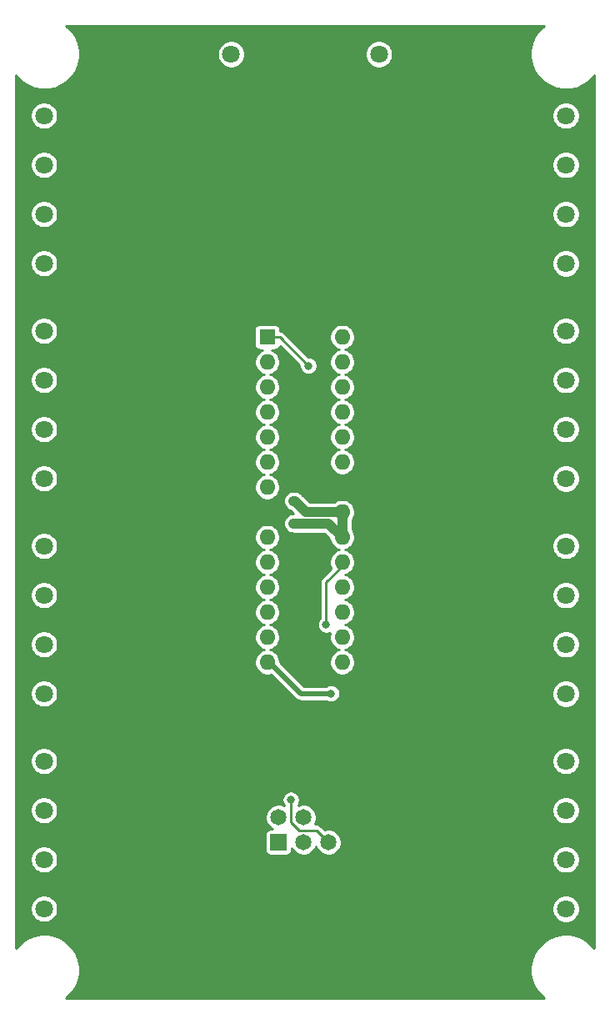
<source format=gbr>
%TF.GenerationSoftware,KiCad,Pcbnew,(5.1.9)-1*%
%TF.CreationDate,2021-06-30T11:02:33-04:00*%
%TF.ProjectId,disco_fish,64697363-6f5f-4666-9973-682e6b696361,rev?*%
%TF.SameCoordinates,Original*%
%TF.FileFunction,Copper,L2,Bot*%
%TF.FilePolarity,Positive*%
%FSLAX46Y46*%
G04 Gerber Fmt 4.6, Leading zero omitted, Abs format (unit mm)*
G04 Created by KiCad (PCBNEW (5.1.9)-1) date 2021-06-30 11:02:33*
%MOMM*%
%LPD*%
G01*
G04 APERTURE LIST*
%TA.AperFunction,ComponentPad*%
%ADD10O,1.600000X1.600000*%
%TD*%
%TA.AperFunction,ComponentPad*%
%ADD11R,1.600000X1.600000*%
%TD*%
%TA.AperFunction,ComponentPad*%
%ADD12C,1.651000*%
%TD*%
%TA.AperFunction,ComponentPad*%
%ADD13R,1.651000X1.651000*%
%TD*%
%TA.AperFunction,ComponentPad*%
%ADD14C,1.800000*%
%TD*%
%TA.AperFunction,ViaPad*%
%ADD15C,0.812800*%
%TD*%
%TA.AperFunction,Conductor*%
%ADD16C,1.016000*%
%TD*%
%TA.AperFunction,Conductor*%
%ADD17C,0.254000*%
%TD*%
%TA.AperFunction,Conductor*%
%ADD18C,0.508000*%
%TD*%
%TA.AperFunction,Conductor*%
%ADD19C,0.100000*%
%TD*%
G04 APERTURE END LIST*
D10*
%TO.P,U2,28*%
%TO.N,/gate9*%
X168783000Y-74676000D03*
%TO.P,U2,14*%
%TO.N,/gate14*%
X161163000Y-107696000D03*
%TO.P,U2,27*%
%TO.N,/gate8*%
X168783000Y-77216000D03*
%TO.P,U2,13*%
%TO.N,/gate7*%
X161163000Y-105156000D03*
%TO.P,U2,26*%
%TO.N,/gate11*%
X168783000Y-79756000D03*
%TO.P,U2,12*%
%TO.N,/gate6*%
X161163000Y-102616000D03*
%TO.P,U2,25*%
%TO.N,/gate10*%
X168783000Y-82296000D03*
%TO.P,U2,11*%
%TO.N,/gate5*%
X161163000Y-100076000D03*
%TO.P,U2,24*%
%TO.N,/gate13*%
X168783000Y-84836000D03*
%TO.P,U2,10*%
%TO.N,Net-(C4-Pad1)*%
X161163000Y-97536000D03*
%TO.P,U2,23*%
%TO.N,/gate12*%
X168783000Y-87376000D03*
%TO.P,U2,9*%
%TO.N,Net-(C3-Pad1)*%
X161163000Y-94996000D03*
%TO.P,U2,22*%
%TO.N,GND*%
X168783000Y-89916000D03*
%TO.P,U2,8*%
X161163000Y-92456000D03*
%TO.P,U2,21*%
%TO.N,VCC*%
X168783000Y-92456000D03*
%TO.P,U2,7*%
X161163000Y-89916000D03*
%TO.P,U2,20*%
X168783000Y-94996000D03*
%TO.P,U2,6*%
%TO.N,/gate4*%
X161163000Y-87376000D03*
%TO.P,U2,19*%
%TO.N,/SCK*%
X168783000Y-97536000D03*
%TO.P,U2,5*%
%TO.N,/gate3*%
X161163000Y-84836000D03*
%TO.P,U2,18*%
%TO.N,/MISO*%
X168783000Y-100076000D03*
%TO.P,U2,4*%
%TO.N,/gate2*%
X161163000Y-82296000D03*
%TO.P,U2,17*%
%TO.N,/MOSI*%
X168783000Y-102616000D03*
%TO.P,U2,3*%
%TO.N,/gate1*%
X161163000Y-79756000D03*
%TO.P,U2,16*%
%TO.N,/LED*%
X168783000Y-105156000D03*
%TO.P,U2,2*%
%TO.N,/gate0*%
X161163000Y-77216000D03*
%TO.P,U2,15*%
%TO.N,/gate15*%
X168783000Y-107696000D03*
D11*
%TO.P,U2,1*%
%TO.N,/~RESET*%
X161163000Y-74676000D03*
%TD*%
D12*
%TO.P,J10,6*%
%TO.N,GND*%
X167386000Y-123444000D03*
%TO.P,J10,5*%
%TO.N,/~RESET*%
X167386000Y-125984000D03*
%TO.P,J10,4*%
%TO.N,/MOSI*%
X164846000Y-123444000D03*
%TO.P,J10,3*%
%TO.N,/SCK*%
X164846000Y-125984000D03*
%TO.P,J10,2*%
%TO.N,VCC*%
X162306000Y-123444000D03*
D13*
%TO.P,J10,1*%
%TO.N,/MISO*%
X162306000Y-125984000D03*
%TD*%
D14*
%TO.P,J1,4*%
%TO.N,/drain1*%
X138493500Y-67197000D03*
%TO.P,J1,3*%
%TO.N,/12V*%
X138493500Y-62197000D03*
%TO.P,J1,2*%
%TO.N,/drain0*%
X138493500Y-57197000D03*
%TO.P,J1,1*%
%TO.N,/12V*%
X138493500Y-52197000D03*
%TD*%
%TO.P,J2,1*%
%TO.N,/12V*%
X138493500Y-74041000D03*
%TO.P,J2,2*%
%TO.N,/drain2*%
X138493500Y-79041000D03*
%TO.P,J2,3*%
%TO.N,/12V*%
X138493500Y-84041000D03*
%TO.P,J2,4*%
%TO.N,/drain3*%
X138493500Y-89041000D03*
%TD*%
%TO.P,J3,4*%
%TO.N,/drain5*%
X138493500Y-110885000D03*
%TO.P,J3,3*%
%TO.N,/12V*%
X138493500Y-105885000D03*
%TO.P,J3,2*%
%TO.N,/drain4*%
X138493500Y-100885000D03*
%TO.P,J3,1*%
%TO.N,/12V*%
X138493500Y-95885000D03*
%TD*%
%TO.P,J4,1*%
%TO.N,/12V*%
X138493500Y-117729000D03*
%TO.P,J4,2*%
%TO.N,/drain6*%
X138493500Y-122729000D03*
%TO.P,J4,3*%
%TO.N,/12V*%
X138493500Y-127729000D03*
%TO.P,J4,4*%
%TO.N,/drain7*%
X138493500Y-132729000D03*
%TD*%
%TO.P,J5,4*%
%TO.N,/12V*%
X191516000Y-52208400D03*
%TO.P,J5,3*%
%TO.N,/drain9*%
X191516000Y-57208400D03*
%TO.P,J5,2*%
%TO.N,/12V*%
X191516000Y-62208400D03*
%TO.P,J5,1*%
%TO.N,/drain8*%
X191516000Y-67208400D03*
%TD*%
%TO.P,J6,1*%
%TO.N,/drain10*%
X191516000Y-89052400D03*
%TO.P,J6,2*%
%TO.N,/12V*%
X191516000Y-84052400D03*
%TO.P,J6,3*%
%TO.N,/drain11*%
X191516000Y-79052400D03*
%TO.P,J6,4*%
%TO.N,/12V*%
X191516000Y-74052400D03*
%TD*%
%TO.P,J7,4*%
%TO.N,/12V*%
X191516000Y-95896400D03*
%TO.P,J7,3*%
%TO.N,/drain13*%
X191516000Y-100896400D03*
%TO.P,J7,2*%
%TO.N,/12V*%
X191516000Y-105896400D03*
%TO.P,J7,1*%
%TO.N,/drain12*%
X191516000Y-110896400D03*
%TD*%
%TO.P,J8,1*%
%TO.N,/drain14*%
X191516000Y-132740400D03*
%TO.P,J8,2*%
%TO.N,/12V*%
X191516000Y-127740400D03*
%TO.P,J8,3*%
%TO.N,/drain15*%
X191516000Y-122740400D03*
%TO.P,J8,4*%
%TO.N,/12V*%
X191516000Y-117740400D03*
%TD*%
%TO.P,J9,1*%
%TO.N,/12V*%
X172513000Y-45974000D03*
%TO.P,J9,2*%
%TO.N,GND*%
X167513000Y-45974000D03*
%TO.P,J9,3*%
X162513000Y-45974000D03*
%TO.P,J9,4*%
%TO.N,/12V*%
X157513000Y-45974000D03*
%TD*%
D15*
%TO.N,GND*%
X147574000Y-130810000D03*
X145796000Y-130937000D03*
X145796000Y-120904000D03*
X147574000Y-120523000D03*
X145796000Y-99060000D03*
X147574000Y-98679000D03*
X145796000Y-109220000D03*
X147574000Y-108966000D03*
X145796000Y-87122000D03*
X147574000Y-86741000D03*
X145796000Y-77216000D03*
X147574000Y-76835000D03*
X145796000Y-65532000D03*
X147574000Y-65151000D03*
X145796000Y-55372000D03*
X147574000Y-54991000D03*
X182372000Y-59309000D03*
X184150000Y-58928000D03*
X182245000Y-69088000D03*
X184150000Y-68834000D03*
X182372000Y-81153000D03*
X184150000Y-80772000D03*
X182372000Y-91313000D03*
X184150000Y-90932000D03*
X182372000Y-102870000D03*
X184150000Y-102616000D03*
X182372000Y-113030000D03*
X184150000Y-112776000D03*
X182372000Y-124841000D03*
X184150000Y-124460000D03*
X182372000Y-134874000D03*
X184150000Y-134620000D03*
X158369000Y-94869000D03*
X153797000Y-99060000D03*
X174117000Y-108077000D03*
X172974000Y-63373000D03*
X168783000Y-67183000D03*
X168783000Y-59436000D03*
X172593000Y-59690000D03*
X172720000Y-67183000D03*
%TO.N,VCC*%
X163830000Y-91313000D03*
X163830000Y-93599000D03*
%TO.N,/~RESET*%
X163575996Y-121666000D03*
X165354000Y-77597000D03*
%TO.N,/SCK*%
X167157410Y-103886000D03*
%TO.N,/gate14*%
X167665400Y-110871000D03*
%TD*%
D16*
%TO.N,VCC*%
X165100000Y-92456000D02*
X168783000Y-92456000D01*
X163957000Y-91313000D02*
X165100000Y-92456000D01*
X163830000Y-91313000D02*
X163957000Y-91313000D01*
X167386000Y-93599000D02*
X168783000Y-94996000D01*
X163830000Y-93599000D02*
X167386000Y-93599000D01*
X168783000Y-94996000D02*
X168783000Y-92456000D01*
D17*
%TO.N,/~RESET*%
X163576000Y-121666004D02*
X163575996Y-121666000D01*
X163576000Y-123959622D02*
X163576000Y-121666004D01*
X164393877Y-124777499D02*
X163576000Y-123959622D01*
X166179499Y-124777499D02*
X164393877Y-124777499D01*
X167386000Y-125984000D02*
X166179499Y-124777499D01*
X162433000Y-74676000D02*
X165354000Y-77597000D01*
X161163000Y-74676000D02*
X162433000Y-74676000D01*
%TO.N,/SCK*%
X167132000Y-103860590D02*
X167157410Y-103886000D01*
X167132000Y-99568000D02*
X167132000Y-103860590D01*
X168783000Y-97917000D02*
X167132000Y-99568000D01*
X168783000Y-97536000D02*
X168783000Y-97917000D01*
D18*
%TO.N,/gate14*%
X164566600Y-110871000D02*
X167665400Y-110871000D01*
X161391600Y-107696000D02*
X164566600Y-110871000D01*
X161163000Y-107696000D02*
X161391600Y-107696000D01*
%TD*%
D17*
%TO.N,GND*%
X189214421Y-43133518D02*
X188711518Y-43636421D01*
X188316390Y-44227773D01*
X188044220Y-44884847D01*
X187905470Y-45582394D01*
X187905470Y-46293606D01*
X188044220Y-46991153D01*
X188316390Y-47648227D01*
X188711518Y-48239579D01*
X189214421Y-48742482D01*
X189805773Y-49137610D01*
X190462847Y-49409780D01*
X191160394Y-49548530D01*
X191871606Y-49548530D01*
X192569153Y-49409780D01*
X193226227Y-49137610D01*
X193817579Y-48742482D01*
X194320482Y-48239579D01*
X194408000Y-48108599D01*
X194407999Y-136767400D01*
X194320482Y-136636421D01*
X193817579Y-136133518D01*
X193226227Y-135738390D01*
X192569153Y-135466220D01*
X191871606Y-135327470D01*
X191160394Y-135327470D01*
X190462847Y-135466220D01*
X189805773Y-135738390D01*
X189214421Y-136133518D01*
X188711518Y-136636421D01*
X188316390Y-137227773D01*
X188044220Y-137884847D01*
X187905470Y-138582394D01*
X187905470Y-139293606D01*
X188044220Y-139991153D01*
X188316390Y-140648227D01*
X188711518Y-141239579D01*
X189214421Y-141742482D01*
X189345401Y-141830000D01*
X140686599Y-141830000D01*
X140817579Y-141742482D01*
X141320482Y-141239579D01*
X141715610Y-140648227D01*
X141987780Y-139991153D01*
X142126530Y-139293606D01*
X142126530Y-138582394D01*
X141987780Y-137884847D01*
X141715610Y-137227773D01*
X141320482Y-136636421D01*
X140817579Y-136133518D01*
X140226227Y-135738390D01*
X139569153Y-135466220D01*
X138871606Y-135327470D01*
X138160394Y-135327470D01*
X137462847Y-135466220D01*
X136805773Y-135738390D01*
X136214421Y-136133518D01*
X135711518Y-136636421D01*
X135623999Y-136767403D01*
X135623999Y-132590324D01*
X137085500Y-132590324D01*
X137085500Y-132867676D01*
X137139608Y-133139699D01*
X137245746Y-133395938D01*
X137399835Y-133626548D01*
X137595952Y-133822665D01*
X137826562Y-133976754D01*
X138082801Y-134082892D01*
X138354824Y-134137000D01*
X138632176Y-134137000D01*
X138904199Y-134082892D01*
X139160438Y-133976754D01*
X139391048Y-133822665D01*
X139587165Y-133626548D01*
X139741254Y-133395938D01*
X139847392Y-133139699D01*
X139901500Y-132867676D01*
X139901500Y-132601724D01*
X190108000Y-132601724D01*
X190108000Y-132879076D01*
X190162108Y-133151099D01*
X190268246Y-133407338D01*
X190422335Y-133637948D01*
X190618452Y-133834065D01*
X190849062Y-133988154D01*
X191105301Y-134094292D01*
X191377324Y-134148400D01*
X191654676Y-134148400D01*
X191926699Y-134094292D01*
X192182938Y-133988154D01*
X192413548Y-133834065D01*
X192609665Y-133637948D01*
X192763754Y-133407338D01*
X192869892Y-133151099D01*
X192924000Y-132879076D01*
X192924000Y-132601724D01*
X192869892Y-132329701D01*
X192763754Y-132073462D01*
X192609665Y-131842852D01*
X192413548Y-131646735D01*
X192182938Y-131492646D01*
X191926699Y-131386508D01*
X191654676Y-131332400D01*
X191377324Y-131332400D01*
X191105301Y-131386508D01*
X190849062Y-131492646D01*
X190618452Y-131646735D01*
X190422335Y-131842852D01*
X190268246Y-132073462D01*
X190162108Y-132329701D01*
X190108000Y-132601724D01*
X139901500Y-132601724D01*
X139901500Y-132590324D01*
X139847392Y-132318301D01*
X139741254Y-132062062D01*
X139587165Y-131831452D01*
X139391048Y-131635335D01*
X139160438Y-131481246D01*
X138904199Y-131375108D01*
X138632176Y-131321000D01*
X138354824Y-131321000D01*
X138082801Y-131375108D01*
X137826562Y-131481246D01*
X137595952Y-131635335D01*
X137399835Y-131831452D01*
X137245746Y-132062062D01*
X137139608Y-132318301D01*
X137085500Y-132590324D01*
X135623999Y-132590324D01*
X135623999Y-127590324D01*
X137085500Y-127590324D01*
X137085500Y-127867676D01*
X137139608Y-128139699D01*
X137245746Y-128395938D01*
X137399835Y-128626548D01*
X137595952Y-128822665D01*
X137826562Y-128976754D01*
X138082801Y-129082892D01*
X138354824Y-129137000D01*
X138632176Y-129137000D01*
X138904199Y-129082892D01*
X139160438Y-128976754D01*
X139391048Y-128822665D01*
X139587165Y-128626548D01*
X139741254Y-128395938D01*
X139847392Y-128139699D01*
X139901500Y-127867676D01*
X139901500Y-127601724D01*
X190108000Y-127601724D01*
X190108000Y-127879076D01*
X190162108Y-128151099D01*
X190268246Y-128407338D01*
X190422335Y-128637948D01*
X190618452Y-128834065D01*
X190849062Y-128988154D01*
X191105301Y-129094292D01*
X191377324Y-129148400D01*
X191654676Y-129148400D01*
X191926699Y-129094292D01*
X192182938Y-128988154D01*
X192413548Y-128834065D01*
X192609665Y-128637948D01*
X192763754Y-128407338D01*
X192869892Y-128151099D01*
X192924000Y-127879076D01*
X192924000Y-127601724D01*
X192869892Y-127329701D01*
X192763754Y-127073462D01*
X192609665Y-126842852D01*
X192413548Y-126646735D01*
X192182938Y-126492646D01*
X191926699Y-126386508D01*
X191654676Y-126332400D01*
X191377324Y-126332400D01*
X191105301Y-126386508D01*
X190849062Y-126492646D01*
X190618452Y-126646735D01*
X190422335Y-126842852D01*
X190268246Y-127073462D01*
X190162108Y-127329701D01*
X190108000Y-127601724D01*
X139901500Y-127601724D01*
X139901500Y-127590324D01*
X139847392Y-127318301D01*
X139741254Y-127062062D01*
X139587165Y-126831452D01*
X139391048Y-126635335D01*
X139160438Y-126481246D01*
X138904199Y-126375108D01*
X138632176Y-126321000D01*
X138354824Y-126321000D01*
X138082801Y-126375108D01*
X137826562Y-126481246D01*
X137595952Y-126635335D01*
X137399835Y-126831452D01*
X137245746Y-127062062D01*
X137139608Y-127318301D01*
X137085500Y-127590324D01*
X135623999Y-127590324D01*
X135623999Y-125158500D01*
X160970043Y-125158500D01*
X160970043Y-126809500D01*
X160979851Y-126909085D01*
X161008899Y-127004843D01*
X161056071Y-127093095D01*
X161119552Y-127170448D01*
X161196905Y-127233929D01*
X161285157Y-127281101D01*
X161380915Y-127310149D01*
X161480500Y-127319957D01*
X163131500Y-127319957D01*
X163231085Y-127310149D01*
X163326843Y-127281101D01*
X163415095Y-127233929D01*
X163492448Y-127170448D01*
X163555929Y-127093095D01*
X163603101Y-127004843D01*
X163632149Y-126909085D01*
X163641957Y-126809500D01*
X163641957Y-126561786D01*
X163664268Y-126615649D01*
X163810203Y-126834057D01*
X163995943Y-127019797D01*
X164214351Y-127165732D01*
X164457032Y-127266254D01*
X164714662Y-127317500D01*
X164977338Y-127317500D01*
X165234968Y-127266254D01*
X165477649Y-127165732D01*
X165696057Y-127019797D01*
X165881797Y-126834057D01*
X166027732Y-126615649D01*
X166116000Y-126402552D01*
X166204268Y-126615649D01*
X166350203Y-126834057D01*
X166535943Y-127019797D01*
X166754351Y-127165732D01*
X166997032Y-127266254D01*
X167254662Y-127317500D01*
X167517338Y-127317500D01*
X167774968Y-127266254D01*
X168017649Y-127165732D01*
X168236057Y-127019797D01*
X168421797Y-126834057D01*
X168567732Y-126615649D01*
X168668254Y-126372968D01*
X168719500Y-126115338D01*
X168719500Y-125852662D01*
X168668254Y-125595032D01*
X168567732Y-125352351D01*
X168421797Y-125133943D01*
X168236057Y-124948203D01*
X168017649Y-124802268D01*
X167774968Y-124701746D01*
X167517338Y-124650500D01*
X167254662Y-124650500D01*
X167000984Y-124700960D01*
X166650573Y-124350549D01*
X166630684Y-124326314D01*
X166533993Y-124246962D01*
X166423679Y-124187997D01*
X166303981Y-124151687D01*
X166210691Y-124142499D01*
X166210680Y-124142499D01*
X166179499Y-124139428D01*
X166148318Y-124142499D01*
X165983064Y-124142499D01*
X166027732Y-124075649D01*
X166128254Y-123832968D01*
X166179500Y-123575338D01*
X166179500Y-123312662D01*
X166128254Y-123055032D01*
X166027732Y-122812351D01*
X165886997Y-122601724D01*
X190108000Y-122601724D01*
X190108000Y-122879076D01*
X190162108Y-123151099D01*
X190268246Y-123407338D01*
X190422335Y-123637948D01*
X190618452Y-123834065D01*
X190849062Y-123988154D01*
X191105301Y-124094292D01*
X191377324Y-124148400D01*
X191654676Y-124148400D01*
X191926699Y-124094292D01*
X192182938Y-123988154D01*
X192413548Y-123834065D01*
X192609665Y-123637948D01*
X192763754Y-123407338D01*
X192869892Y-123151099D01*
X192924000Y-122879076D01*
X192924000Y-122601724D01*
X192869892Y-122329701D01*
X192763754Y-122073462D01*
X192609665Y-121842852D01*
X192413548Y-121646735D01*
X192182938Y-121492646D01*
X191926699Y-121386508D01*
X191654676Y-121332400D01*
X191377324Y-121332400D01*
X191105301Y-121386508D01*
X190849062Y-121492646D01*
X190618452Y-121646735D01*
X190422335Y-121842852D01*
X190268246Y-122073462D01*
X190162108Y-122329701D01*
X190108000Y-122601724D01*
X165886997Y-122601724D01*
X165881797Y-122593943D01*
X165696057Y-122408203D01*
X165477649Y-122262268D01*
X165234968Y-122161746D01*
X164977338Y-122110500D01*
X164714662Y-122110500D01*
X164457032Y-122161746D01*
X164301420Y-122226203D01*
X164386326Y-122099131D01*
X164455256Y-121932721D01*
X164490396Y-121756061D01*
X164490396Y-121575939D01*
X164455256Y-121399279D01*
X164386326Y-121232869D01*
X164286257Y-121083104D01*
X164158892Y-120955739D01*
X164009127Y-120855670D01*
X163842717Y-120786740D01*
X163666057Y-120751600D01*
X163485935Y-120751600D01*
X163309275Y-120786740D01*
X163142865Y-120855670D01*
X162993100Y-120955739D01*
X162865735Y-121083104D01*
X162765666Y-121232869D01*
X162696736Y-121399279D01*
X162661596Y-121575939D01*
X162661596Y-121756061D01*
X162696736Y-121932721D01*
X162765666Y-122099131D01*
X162850569Y-122226198D01*
X162694968Y-122161746D01*
X162437338Y-122110500D01*
X162174662Y-122110500D01*
X161917032Y-122161746D01*
X161674351Y-122262268D01*
X161455943Y-122408203D01*
X161270203Y-122593943D01*
X161124268Y-122812351D01*
X161023746Y-123055032D01*
X160972500Y-123312662D01*
X160972500Y-123575338D01*
X161023746Y-123832968D01*
X161124268Y-124075649D01*
X161270203Y-124294057D01*
X161455943Y-124479797D01*
X161674351Y-124625732D01*
X161728214Y-124648043D01*
X161480500Y-124648043D01*
X161380915Y-124657851D01*
X161285157Y-124686899D01*
X161196905Y-124734071D01*
X161119552Y-124797552D01*
X161056071Y-124874905D01*
X161008899Y-124963157D01*
X160979851Y-125058915D01*
X160970043Y-125158500D01*
X135623999Y-125158500D01*
X135623999Y-122590324D01*
X137085500Y-122590324D01*
X137085500Y-122867676D01*
X137139608Y-123139699D01*
X137245746Y-123395938D01*
X137399835Y-123626548D01*
X137595952Y-123822665D01*
X137826562Y-123976754D01*
X138082801Y-124082892D01*
X138354824Y-124137000D01*
X138632176Y-124137000D01*
X138904199Y-124082892D01*
X139160438Y-123976754D01*
X139391048Y-123822665D01*
X139587165Y-123626548D01*
X139741254Y-123395938D01*
X139847392Y-123139699D01*
X139901500Y-122867676D01*
X139901500Y-122590324D01*
X139847392Y-122318301D01*
X139741254Y-122062062D01*
X139587165Y-121831452D01*
X139391048Y-121635335D01*
X139160438Y-121481246D01*
X138904199Y-121375108D01*
X138632176Y-121321000D01*
X138354824Y-121321000D01*
X138082801Y-121375108D01*
X137826562Y-121481246D01*
X137595952Y-121635335D01*
X137399835Y-121831452D01*
X137245746Y-122062062D01*
X137139608Y-122318301D01*
X137085500Y-122590324D01*
X135623999Y-122590324D01*
X135623999Y-117590324D01*
X137085500Y-117590324D01*
X137085500Y-117867676D01*
X137139608Y-118139699D01*
X137245746Y-118395938D01*
X137399835Y-118626548D01*
X137595952Y-118822665D01*
X137826562Y-118976754D01*
X138082801Y-119082892D01*
X138354824Y-119137000D01*
X138632176Y-119137000D01*
X138904199Y-119082892D01*
X139160438Y-118976754D01*
X139391048Y-118822665D01*
X139587165Y-118626548D01*
X139741254Y-118395938D01*
X139847392Y-118139699D01*
X139901500Y-117867676D01*
X139901500Y-117601724D01*
X190108000Y-117601724D01*
X190108000Y-117879076D01*
X190162108Y-118151099D01*
X190268246Y-118407338D01*
X190422335Y-118637948D01*
X190618452Y-118834065D01*
X190849062Y-118988154D01*
X191105301Y-119094292D01*
X191377324Y-119148400D01*
X191654676Y-119148400D01*
X191926699Y-119094292D01*
X192182938Y-118988154D01*
X192413548Y-118834065D01*
X192609665Y-118637948D01*
X192763754Y-118407338D01*
X192869892Y-118151099D01*
X192924000Y-117879076D01*
X192924000Y-117601724D01*
X192869892Y-117329701D01*
X192763754Y-117073462D01*
X192609665Y-116842852D01*
X192413548Y-116646735D01*
X192182938Y-116492646D01*
X191926699Y-116386508D01*
X191654676Y-116332400D01*
X191377324Y-116332400D01*
X191105301Y-116386508D01*
X190849062Y-116492646D01*
X190618452Y-116646735D01*
X190422335Y-116842852D01*
X190268246Y-117073462D01*
X190162108Y-117329701D01*
X190108000Y-117601724D01*
X139901500Y-117601724D01*
X139901500Y-117590324D01*
X139847392Y-117318301D01*
X139741254Y-117062062D01*
X139587165Y-116831452D01*
X139391048Y-116635335D01*
X139160438Y-116481246D01*
X138904199Y-116375108D01*
X138632176Y-116321000D01*
X138354824Y-116321000D01*
X138082801Y-116375108D01*
X137826562Y-116481246D01*
X137595952Y-116635335D01*
X137399835Y-116831452D01*
X137245746Y-117062062D01*
X137139608Y-117318301D01*
X137085500Y-117590324D01*
X135623999Y-117590324D01*
X135623999Y-110746324D01*
X137085500Y-110746324D01*
X137085500Y-111023676D01*
X137139608Y-111295699D01*
X137245746Y-111551938D01*
X137399835Y-111782548D01*
X137595952Y-111978665D01*
X137826562Y-112132754D01*
X138082801Y-112238892D01*
X138354824Y-112293000D01*
X138632176Y-112293000D01*
X138904199Y-112238892D01*
X139160438Y-112132754D01*
X139391048Y-111978665D01*
X139587165Y-111782548D01*
X139741254Y-111551938D01*
X139847392Y-111295699D01*
X139901500Y-111023676D01*
X139901500Y-110746324D01*
X139847392Y-110474301D01*
X139741254Y-110218062D01*
X139587165Y-109987452D01*
X139391048Y-109791335D01*
X139160438Y-109637246D01*
X138904199Y-109531108D01*
X138632176Y-109477000D01*
X138354824Y-109477000D01*
X138082801Y-109531108D01*
X137826562Y-109637246D01*
X137595952Y-109791335D01*
X137399835Y-109987452D01*
X137245746Y-110218062D01*
X137139608Y-110474301D01*
X137085500Y-110746324D01*
X135623999Y-110746324D01*
X135623999Y-105746324D01*
X137085500Y-105746324D01*
X137085500Y-106023676D01*
X137139608Y-106295699D01*
X137245746Y-106551938D01*
X137399835Y-106782548D01*
X137595952Y-106978665D01*
X137826562Y-107132754D01*
X138082801Y-107238892D01*
X138354824Y-107293000D01*
X138632176Y-107293000D01*
X138904199Y-107238892D01*
X139160438Y-107132754D01*
X139391048Y-106978665D01*
X139587165Y-106782548D01*
X139741254Y-106551938D01*
X139847392Y-106295699D01*
X139901500Y-106023676D01*
X139901500Y-105746324D01*
X139847392Y-105474301D01*
X139741254Y-105218062D01*
X139587165Y-104987452D01*
X139391048Y-104791335D01*
X139160438Y-104637246D01*
X138904199Y-104531108D01*
X138632176Y-104477000D01*
X138354824Y-104477000D01*
X138082801Y-104531108D01*
X137826562Y-104637246D01*
X137595952Y-104791335D01*
X137399835Y-104987452D01*
X137245746Y-105218062D01*
X137139608Y-105474301D01*
X137085500Y-105746324D01*
X135623999Y-105746324D01*
X135623999Y-100746324D01*
X137085500Y-100746324D01*
X137085500Y-101023676D01*
X137139608Y-101295699D01*
X137245746Y-101551938D01*
X137399835Y-101782548D01*
X137595952Y-101978665D01*
X137826562Y-102132754D01*
X138082801Y-102238892D01*
X138354824Y-102293000D01*
X138632176Y-102293000D01*
X138904199Y-102238892D01*
X139160438Y-102132754D01*
X139391048Y-101978665D01*
X139587165Y-101782548D01*
X139741254Y-101551938D01*
X139847392Y-101295699D01*
X139901500Y-101023676D01*
X139901500Y-100746324D01*
X139847392Y-100474301D01*
X139741254Y-100218062D01*
X139587165Y-99987452D01*
X139391048Y-99791335D01*
X139160438Y-99637246D01*
X138904199Y-99531108D01*
X138632176Y-99477000D01*
X138354824Y-99477000D01*
X138082801Y-99531108D01*
X137826562Y-99637246D01*
X137595952Y-99791335D01*
X137399835Y-99987452D01*
X137245746Y-100218062D01*
X137139608Y-100474301D01*
X137085500Y-100746324D01*
X135623999Y-100746324D01*
X135623999Y-95746324D01*
X137085500Y-95746324D01*
X137085500Y-96023676D01*
X137139608Y-96295699D01*
X137245746Y-96551938D01*
X137399835Y-96782548D01*
X137595952Y-96978665D01*
X137826562Y-97132754D01*
X138082801Y-97238892D01*
X138354824Y-97293000D01*
X138632176Y-97293000D01*
X138904199Y-97238892D01*
X139160438Y-97132754D01*
X139391048Y-96978665D01*
X139587165Y-96782548D01*
X139741254Y-96551938D01*
X139847392Y-96295699D01*
X139901500Y-96023676D01*
X139901500Y-95746324D01*
X139847392Y-95474301D01*
X139741254Y-95218062D01*
X139587165Y-94987452D01*
X139466886Y-94867173D01*
X159855000Y-94867173D01*
X159855000Y-95124827D01*
X159905266Y-95377530D01*
X160003865Y-95615570D01*
X160147010Y-95829801D01*
X160329199Y-96011990D01*
X160543430Y-96155135D01*
X160781470Y-96253734D01*
X160843135Y-96266000D01*
X160781470Y-96278266D01*
X160543430Y-96376865D01*
X160329199Y-96520010D01*
X160147010Y-96702199D01*
X160003865Y-96916430D01*
X159905266Y-97154470D01*
X159855000Y-97407173D01*
X159855000Y-97664827D01*
X159905266Y-97917530D01*
X160003865Y-98155570D01*
X160147010Y-98369801D01*
X160329199Y-98551990D01*
X160543430Y-98695135D01*
X160781470Y-98793734D01*
X160843135Y-98806000D01*
X160781470Y-98818266D01*
X160543430Y-98916865D01*
X160329199Y-99060010D01*
X160147010Y-99242199D01*
X160003865Y-99456430D01*
X159905266Y-99694470D01*
X159855000Y-99947173D01*
X159855000Y-100204827D01*
X159905266Y-100457530D01*
X160003865Y-100695570D01*
X160147010Y-100909801D01*
X160329199Y-101091990D01*
X160543430Y-101235135D01*
X160781470Y-101333734D01*
X160843135Y-101346000D01*
X160781470Y-101358266D01*
X160543430Y-101456865D01*
X160329199Y-101600010D01*
X160147010Y-101782199D01*
X160003865Y-101996430D01*
X159905266Y-102234470D01*
X159855000Y-102487173D01*
X159855000Y-102744827D01*
X159905266Y-102997530D01*
X160003865Y-103235570D01*
X160147010Y-103449801D01*
X160329199Y-103631990D01*
X160543430Y-103775135D01*
X160781470Y-103873734D01*
X160843135Y-103886000D01*
X160781470Y-103898266D01*
X160543430Y-103996865D01*
X160329199Y-104140010D01*
X160147010Y-104322199D01*
X160003865Y-104536430D01*
X159905266Y-104774470D01*
X159855000Y-105027173D01*
X159855000Y-105284827D01*
X159905266Y-105537530D01*
X160003865Y-105775570D01*
X160147010Y-105989801D01*
X160329199Y-106171990D01*
X160543430Y-106315135D01*
X160781470Y-106413734D01*
X160843135Y-106426000D01*
X160781470Y-106438266D01*
X160543430Y-106536865D01*
X160329199Y-106680010D01*
X160147010Y-106862199D01*
X160003865Y-107076430D01*
X159905266Y-107314470D01*
X159855000Y-107567173D01*
X159855000Y-107824827D01*
X159905266Y-108077530D01*
X160003865Y-108315570D01*
X160147010Y-108529801D01*
X160329199Y-108711990D01*
X160543430Y-108855135D01*
X160781470Y-108953734D01*
X161034173Y-109004000D01*
X161291827Y-109004000D01*
X161544530Y-108953734D01*
X161563745Y-108945775D01*
X164001321Y-111383352D01*
X164025178Y-111412422D01*
X164141208Y-111507645D01*
X164273585Y-111578402D01*
X164417222Y-111621974D01*
X164529174Y-111633000D01*
X164529176Y-111633000D01*
X164566599Y-111636686D01*
X164604022Y-111633000D01*
X167159937Y-111633000D01*
X167232269Y-111681330D01*
X167398679Y-111750260D01*
X167575339Y-111785400D01*
X167755461Y-111785400D01*
X167932121Y-111750260D01*
X168098531Y-111681330D01*
X168248296Y-111581261D01*
X168375661Y-111453896D01*
X168475730Y-111304131D01*
X168544660Y-111137721D01*
X168579800Y-110961061D01*
X168579800Y-110780939D01*
X168575183Y-110757724D01*
X190108000Y-110757724D01*
X190108000Y-111035076D01*
X190162108Y-111307099D01*
X190268246Y-111563338D01*
X190422335Y-111793948D01*
X190618452Y-111990065D01*
X190849062Y-112144154D01*
X191105301Y-112250292D01*
X191377324Y-112304400D01*
X191654676Y-112304400D01*
X191926699Y-112250292D01*
X192182938Y-112144154D01*
X192413548Y-111990065D01*
X192609665Y-111793948D01*
X192763754Y-111563338D01*
X192869892Y-111307099D01*
X192924000Y-111035076D01*
X192924000Y-110757724D01*
X192869892Y-110485701D01*
X192763754Y-110229462D01*
X192609665Y-109998852D01*
X192413548Y-109802735D01*
X192182938Y-109648646D01*
X191926699Y-109542508D01*
X191654676Y-109488400D01*
X191377324Y-109488400D01*
X191105301Y-109542508D01*
X190849062Y-109648646D01*
X190618452Y-109802735D01*
X190422335Y-109998852D01*
X190268246Y-110229462D01*
X190162108Y-110485701D01*
X190108000Y-110757724D01*
X168575183Y-110757724D01*
X168544660Y-110604279D01*
X168475730Y-110437869D01*
X168375661Y-110288104D01*
X168248296Y-110160739D01*
X168098531Y-110060670D01*
X167932121Y-109991740D01*
X167755461Y-109956600D01*
X167575339Y-109956600D01*
X167398679Y-109991740D01*
X167232269Y-110060670D01*
X167159937Y-110109000D01*
X164882231Y-110109000D01*
X162471000Y-107697770D01*
X162471000Y-107567173D01*
X162420734Y-107314470D01*
X162322135Y-107076430D01*
X162178990Y-106862199D01*
X161996801Y-106680010D01*
X161782570Y-106536865D01*
X161544530Y-106438266D01*
X161482865Y-106426000D01*
X161544530Y-106413734D01*
X161782570Y-106315135D01*
X161996801Y-106171990D01*
X162178990Y-105989801D01*
X162322135Y-105775570D01*
X162420734Y-105537530D01*
X162471000Y-105284827D01*
X162471000Y-105027173D01*
X162420734Y-104774470D01*
X162322135Y-104536430D01*
X162178990Y-104322199D01*
X161996801Y-104140010D01*
X161782570Y-103996865D01*
X161544530Y-103898266D01*
X161482865Y-103886000D01*
X161544530Y-103873734D01*
X161782570Y-103775135D01*
X161996801Y-103631990D01*
X162178990Y-103449801D01*
X162322135Y-103235570D01*
X162420734Y-102997530D01*
X162471000Y-102744827D01*
X162471000Y-102487173D01*
X162420734Y-102234470D01*
X162322135Y-101996430D01*
X162178990Y-101782199D01*
X161996801Y-101600010D01*
X161782570Y-101456865D01*
X161544530Y-101358266D01*
X161482865Y-101346000D01*
X161544530Y-101333734D01*
X161782570Y-101235135D01*
X161996801Y-101091990D01*
X162178990Y-100909801D01*
X162322135Y-100695570D01*
X162420734Y-100457530D01*
X162471000Y-100204827D01*
X162471000Y-99947173D01*
X162420734Y-99694470D01*
X162322135Y-99456430D01*
X162178990Y-99242199D01*
X161996801Y-99060010D01*
X161782570Y-98916865D01*
X161544530Y-98818266D01*
X161482865Y-98806000D01*
X161544530Y-98793734D01*
X161782570Y-98695135D01*
X161996801Y-98551990D01*
X162178990Y-98369801D01*
X162322135Y-98155570D01*
X162420734Y-97917530D01*
X162471000Y-97664827D01*
X162471000Y-97407173D01*
X162420734Y-97154470D01*
X162322135Y-96916430D01*
X162178990Y-96702199D01*
X161996801Y-96520010D01*
X161782570Y-96376865D01*
X161544530Y-96278266D01*
X161482865Y-96266000D01*
X161544530Y-96253734D01*
X161782570Y-96155135D01*
X161996801Y-96011990D01*
X162178990Y-95829801D01*
X162322135Y-95615570D01*
X162420734Y-95377530D01*
X162471000Y-95124827D01*
X162471000Y-94867173D01*
X162420734Y-94614470D01*
X162322135Y-94376430D01*
X162178990Y-94162199D01*
X161996801Y-93980010D01*
X161782570Y-93836865D01*
X161544530Y-93738266D01*
X161291827Y-93688000D01*
X161034173Y-93688000D01*
X160781470Y-93738266D01*
X160543430Y-93836865D01*
X160329199Y-93980010D01*
X160147010Y-94162199D01*
X160003865Y-94376430D01*
X159905266Y-94614470D01*
X159855000Y-94867173D01*
X139466886Y-94867173D01*
X139391048Y-94791335D01*
X139160438Y-94637246D01*
X138904199Y-94531108D01*
X138632176Y-94477000D01*
X138354824Y-94477000D01*
X138082801Y-94531108D01*
X137826562Y-94637246D01*
X137595952Y-94791335D01*
X137399835Y-94987452D01*
X137245746Y-95218062D01*
X137139608Y-95474301D01*
X137085500Y-95746324D01*
X135623999Y-95746324D01*
X135623999Y-91313000D01*
X162809085Y-91313000D01*
X162828702Y-91512171D01*
X162886798Y-91703687D01*
X162981140Y-91880190D01*
X163108104Y-92034896D01*
X163262810Y-92161860D01*
X163439313Y-92256202D01*
X163473834Y-92266674D01*
X163790160Y-92583000D01*
X163780098Y-92583000D01*
X163630829Y-92597702D01*
X163439313Y-92655798D01*
X163262810Y-92750140D01*
X163108104Y-92877104D01*
X162981140Y-93031810D01*
X162886798Y-93208313D01*
X162828702Y-93399829D01*
X162809085Y-93599000D01*
X162828702Y-93798171D01*
X162886798Y-93989687D01*
X162981140Y-94166190D01*
X163108104Y-94320896D01*
X163262810Y-94447860D01*
X163439313Y-94542202D01*
X163630829Y-94600298D01*
X163780098Y-94615000D01*
X166965160Y-94615000D01*
X167475003Y-95124844D01*
X167525266Y-95377530D01*
X167623865Y-95615570D01*
X167767010Y-95829801D01*
X167949199Y-96011990D01*
X168163430Y-96155135D01*
X168401470Y-96253734D01*
X168463135Y-96266000D01*
X168401470Y-96278266D01*
X168163430Y-96376865D01*
X167949199Y-96520010D01*
X167767010Y-96702199D01*
X167623865Y-96916430D01*
X167525266Y-97154470D01*
X167475000Y-97407173D01*
X167475000Y-97664827D01*
X167525266Y-97917530D01*
X167623865Y-98155570D01*
X167632893Y-98169082D01*
X166705050Y-99096926D01*
X166680815Y-99116815D01*
X166601463Y-99213507D01*
X166542498Y-99323821D01*
X166506188Y-99443519D01*
X166497000Y-99536809D01*
X166497000Y-99536819D01*
X166493929Y-99568000D01*
X166497000Y-99599181D01*
X166497001Y-103253252D01*
X166447149Y-103303104D01*
X166347080Y-103452869D01*
X166278150Y-103619279D01*
X166243010Y-103795939D01*
X166243010Y-103976061D01*
X166278150Y-104152721D01*
X166347080Y-104319131D01*
X166447149Y-104468896D01*
X166574514Y-104596261D01*
X166724279Y-104696330D01*
X166890689Y-104765260D01*
X167067349Y-104800400D01*
X167247471Y-104800400D01*
X167424131Y-104765260D01*
X167550817Y-104712784D01*
X167525266Y-104774470D01*
X167475000Y-105027173D01*
X167475000Y-105284827D01*
X167525266Y-105537530D01*
X167623865Y-105775570D01*
X167767010Y-105989801D01*
X167949199Y-106171990D01*
X168163430Y-106315135D01*
X168401470Y-106413734D01*
X168463135Y-106426000D01*
X168401470Y-106438266D01*
X168163430Y-106536865D01*
X167949199Y-106680010D01*
X167767010Y-106862199D01*
X167623865Y-107076430D01*
X167525266Y-107314470D01*
X167475000Y-107567173D01*
X167475000Y-107824827D01*
X167525266Y-108077530D01*
X167623865Y-108315570D01*
X167767010Y-108529801D01*
X167949199Y-108711990D01*
X168163430Y-108855135D01*
X168401470Y-108953734D01*
X168654173Y-109004000D01*
X168911827Y-109004000D01*
X169164530Y-108953734D01*
X169402570Y-108855135D01*
X169616801Y-108711990D01*
X169798990Y-108529801D01*
X169942135Y-108315570D01*
X170040734Y-108077530D01*
X170091000Y-107824827D01*
X170091000Y-107567173D01*
X170040734Y-107314470D01*
X169942135Y-107076430D01*
X169798990Y-106862199D01*
X169616801Y-106680010D01*
X169402570Y-106536865D01*
X169164530Y-106438266D01*
X169102865Y-106426000D01*
X169164530Y-106413734D01*
X169402570Y-106315135D01*
X169616801Y-106171990D01*
X169798990Y-105989801D01*
X169942135Y-105775570D01*
X169949527Y-105757724D01*
X190108000Y-105757724D01*
X190108000Y-106035076D01*
X190162108Y-106307099D01*
X190268246Y-106563338D01*
X190422335Y-106793948D01*
X190618452Y-106990065D01*
X190849062Y-107144154D01*
X191105301Y-107250292D01*
X191377324Y-107304400D01*
X191654676Y-107304400D01*
X191926699Y-107250292D01*
X192182938Y-107144154D01*
X192413548Y-106990065D01*
X192609665Y-106793948D01*
X192763754Y-106563338D01*
X192869892Y-106307099D01*
X192924000Y-106035076D01*
X192924000Y-105757724D01*
X192869892Y-105485701D01*
X192763754Y-105229462D01*
X192609665Y-104998852D01*
X192413548Y-104802735D01*
X192182938Y-104648646D01*
X191926699Y-104542508D01*
X191654676Y-104488400D01*
X191377324Y-104488400D01*
X191105301Y-104542508D01*
X190849062Y-104648646D01*
X190618452Y-104802735D01*
X190422335Y-104998852D01*
X190268246Y-105229462D01*
X190162108Y-105485701D01*
X190108000Y-105757724D01*
X169949527Y-105757724D01*
X170040734Y-105537530D01*
X170091000Y-105284827D01*
X170091000Y-105027173D01*
X170040734Y-104774470D01*
X169942135Y-104536430D01*
X169798990Y-104322199D01*
X169616801Y-104140010D01*
X169402570Y-103996865D01*
X169164530Y-103898266D01*
X169102865Y-103886000D01*
X169164530Y-103873734D01*
X169402570Y-103775135D01*
X169616801Y-103631990D01*
X169798990Y-103449801D01*
X169942135Y-103235570D01*
X170040734Y-102997530D01*
X170091000Y-102744827D01*
X170091000Y-102487173D01*
X170040734Y-102234470D01*
X169942135Y-101996430D01*
X169798990Y-101782199D01*
X169616801Y-101600010D01*
X169402570Y-101456865D01*
X169164530Y-101358266D01*
X169102865Y-101346000D01*
X169164530Y-101333734D01*
X169402570Y-101235135D01*
X169616801Y-101091990D01*
X169798990Y-100909801D01*
X169900604Y-100757724D01*
X190108000Y-100757724D01*
X190108000Y-101035076D01*
X190162108Y-101307099D01*
X190268246Y-101563338D01*
X190422335Y-101793948D01*
X190618452Y-101990065D01*
X190849062Y-102144154D01*
X191105301Y-102250292D01*
X191377324Y-102304400D01*
X191654676Y-102304400D01*
X191926699Y-102250292D01*
X192182938Y-102144154D01*
X192413548Y-101990065D01*
X192609665Y-101793948D01*
X192763754Y-101563338D01*
X192869892Y-101307099D01*
X192924000Y-101035076D01*
X192924000Y-100757724D01*
X192869892Y-100485701D01*
X192763754Y-100229462D01*
X192609665Y-99998852D01*
X192413548Y-99802735D01*
X192182938Y-99648646D01*
X191926699Y-99542508D01*
X191654676Y-99488400D01*
X191377324Y-99488400D01*
X191105301Y-99542508D01*
X190849062Y-99648646D01*
X190618452Y-99802735D01*
X190422335Y-99998852D01*
X190268246Y-100229462D01*
X190162108Y-100485701D01*
X190108000Y-100757724D01*
X169900604Y-100757724D01*
X169942135Y-100695570D01*
X170040734Y-100457530D01*
X170091000Y-100204827D01*
X170091000Y-99947173D01*
X170040734Y-99694470D01*
X169942135Y-99456430D01*
X169798990Y-99242199D01*
X169616801Y-99060010D01*
X169402570Y-98916865D01*
X169164530Y-98818266D01*
X169102865Y-98806000D01*
X169164530Y-98793734D01*
X169402570Y-98695135D01*
X169616801Y-98551990D01*
X169798990Y-98369801D01*
X169942135Y-98155570D01*
X170040734Y-97917530D01*
X170091000Y-97664827D01*
X170091000Y-97407173D01*
X170040734Y-97154470D01*
X169942135Y-96916430D01*
X169798990Y-96702199D01*
X169616801Y-96520010D01*
X169402570Y-96376865D01*
X169164530Y-96278266D01*
X169102865Y-96266000D01*
X169164530Y-96253734D01*
X169402570Y-96155135D01*
X169616801Y-96011990D01*
X169798990Y-95829801D01*
X169847150Y-95757724D01*
X190108000Y-95757724D01*
X190108000Y-96035076D01*
X190162108Y-96307099D01*
X190268246Y-96563338D01*
X190422335Y-96793948D01*
X190618452Y-96990065D01*
X190849062Y-97144154D01*
X191105301Y-97250292D01*
X191377324Y-97304400D01*
X191654676Y-97304400D01*
X191926699Y-97250292D01*
X192182938Y-97144154D01*
X192413548Y-96990065D01*
X192609665Y-96793948D01*
X192763754Y-96563338D01*
X192869892Y-96307099D01*
X192924000Y-96035076D01*
X192924000Y-95757724D01*
X192869892Y-95485701D01*
X192763754Y-95229462D01*
X192609665Y-94998852D01*
X192413548Y-94802735D01*
X192182938Y-94648646D01*
X191926699Y-94542508D01*
X191654676Y-94488400D01*
X191377324Y-94488400D01*
X191105301Y-94542508D01*
X190849062Y-94648646D01*
X190618452Y-94802735D01*
X190422335Y-94998852D01*
X190268246Y-95229462D01*
X190162108Y-95485701D01*
X190108000Y-95757724D01*
X169847150Y-95757724D01*
X169942135Y-95615570D01*
X170040734Y-95377530D01*
X170091000Y-95124827D01*
X170091000Y-94867173D01*
X170040734Y-94614470D01*
X169942135Y-94376430D01*
X169799000Y-94162214D01*
X169799000Y-93289786D01*
X169942135Y-93075570D01*
X170040734Y-92837530D01*
X170091000Y-92584827D01*
X170091000Y-92327173D01*
X170040734Y-92074470D01*
X169942135Y-91836430D01*
X169798990Y-91622199D01*
X169616801Y-91440010D01*
X169402570Y-91296865D01*
X169164530Y-91198266D01*
X168911827Y-91148000D01*
X168654173Y-91148000D01*
X168401470Y-91198266D01*
X168163430Y-91296865D01*
X167949214Y-91440000D01*
X165520841Y-91440000D01*
X164710712Y-90629872D01*
X164678896Y-90591104D01*
X164524190Y-90464140D01*
X164347687Y-90369798D01*
X164156171Y-90311702D01*
X164006902Y-90297000D01*
X163957000Y-90292085D01*
X163907098Y-90297000D01*
X163780098Y-90297000D01*
X163630829Y-90311702D01*
X163439313Y-90369798D01*
X163262810Y-90464140D01*
X163108104Y-90591104D01*
X162981140Y-90745810D01*
X162886798Y-90922313D01*
X162828702Y-91113829D01*
X162809085Y-91313000D01*
X135623999Y-91313000D01*
X135623999Y-88902324D01*
X137085500Y-88902324D01*
X137085500Y-89179676D01*
X137139608Y-89451699D01*
X137245746Y-89707938D01*
X137399835Y-89938548D01*
X137595952Y-90134665D01*
X137826562Y-90288754D01*
X138082801Y-90394892D01*
X138354824Y-90449000D01*
X138632176Y-90449000D01*
X138904199Y-90394892D01*
X139160438Y-90288754D01*
X139391048Y-90134665D01*
X139587165Y-89938548D01*
X139741254Y-89707938D01*
X139847392Y-89451699D01*
X139901500Y-89179676D01*
X139901500Y-88902324D01*
X139847392Y-88630301D01*
X139741254Y-88374062D01*
X139587165Y-88143452D01*
X139391048Y-87947335D01*
X139160438Y-87793246D01*
X138904199Y-87687108D01*
X138632176Y-87633000D01*
X138354824Y-87633000D01*
X138082801Y-87687108D01*
X137826562Y-87793246D01*
X137595952Y-87947335D01*
X137399835Y-88143452D01*
X137245746Y-88374062D01*
X137139608Y-88630301D01*
X137085500Y-88902324D01*
X135623999Y-88902324D01*
X135623999Y-83902324D01*
X137085500Y-83902324D01*
X137085500Y-84179676D01*
X137139608Y-84451699D01*
X137245746Y-84707938D01*
X137399835Y-84938548D01*
X137595952Y-85134665D01*
X137826562Y-85288754D01*
X138082801Y-85394892D01*
X138354824Y-85449000D01*
X138632176Y-85449000D01*
X138904199Y-85394892D01*
X139160438Y-85288754D01*
X139391048Y-85134665D01*
X139587165Y-84938548D01*
X139741254Y-84707938D01*
X139847392Y-84451699D01*
X139901500Y-84179676D01*
X139901500Y-83902324D01*
X139847392Y-83630301D01*
X139741254Y-83374062D01*
X139587165Y-83143452D01*
X139391048Y-82947335D01*
X139160438Y-82793246D01*
X138904199Y-82687108D01*
X138632176Y-82633000D01*
X138354824Y-82633000D01*
X138082801Y-82687108D01*
X137826562Y-82793246D01*
X137595952Y-82947335D01*
X137399835Y-83143452D01*
X137245746Y-83374062D01*
X137139608Y-83630301D01*
X137085500Y-83902324D01*
X135623999Y-83902324D01*
X135623999Y-78902324D01*
X137085500Y-78902324D01*
X137085500Y-79179676D01*
X137139608Y-79451699D01*
X137245746Y-79707938D01*
X137399835Y-79938548D01*
X137595952Y-80134665D01*
X137826562Y-80288754D01*
X138082801Y-80394892D01*
X138354824Y-80449000D01*
X138632176Y-80449000D01*
X138904199Y-80394892D01*
X139160438Y-80288754D01*
X139391048Y-80134665D01*
X139587165Y-79938548D01*
X139741254Y-79707938D01*
X139847392Y-79451699D01*
X139901500Y-79179676D01*
X139901500Y-78902324D01*
X139847392Y-78630301D01*
X139741254Y-78374062D01*
X139587165Y-78143452D01*
X139391048Y-77947335D01*
X139160438Y-77793246D01*
X138904199Y-77687108D01*
X138632176Y-77633000D01*
X138354824Y-77633000D01*
X138082801Y-77687108D01*
X137826562Y-77793246D01*
X137595952Y-77947335D01*
X137399835Y-78143452D01*
X137245746Y-78374062D01*
X137139608Y-78630301D01*
X137085500Y-78902324D01*
X135623999Y-78902324D01*
X135623999Y-73902324D01*
X137085500Y-73902324D01*
X137085500Y-74179676D01*
X137139608Y-74451699D01*
X137245746Y-74707938D01*
X137399835Y-74938548D01*
X137595952Y-75134665D01*
X137826562Y-75288754D01*
X138082801Y-75394892D01*
X138354824Y-75449000D01*
X138632176Y-75449000D01*
X138904199Y-75394892D01*
X139160438Y-75288754D01*
X139391048Y-75134665D01*
X139587165Y-74938548D01*
X139741254Y-74707938D01*
X139847392Y-74451699D01*
X139901500Y-74179676D01*
X139901500Y-73902324D01*
X139896264Y-73876000D01*
X159852543Y-73876000D01*
X159852543Y-75476000D01*
X159862351Y-75575585D01*
X159891399Y-75671343D01*
X159938571Y-75759595D01*
X160002052Y-75836948D01*
X160079405Y-75900429D01*
X160167657Y-75947601D01*
X160263415Y-75976649D01*
X160363000Y-75986457D01*
X160713411Y-75986457D01*
X160543430Y-76056865D01*
X160329199Y-76200010D01*
X160147010Y-76382199D01*
X160003865Y-76596430D01*
X159905266Y-76834470D01*
X159855000Y-77087173D01*
X159855000Y-77344827D01*
X159905266Y-77597530D01*
X160003865Y-77835570D01*
X160147010Y-78049801D01*
X160329199Y-78231990D01*
X160543430Y-78375135D01*
X160781470Y-78473734D01*
X160843135Y-78486000D01*
X160781470Y-78498266D01*
X160543430Y-78596865D01*
X160329199Y-78740010D01*
X160147010Y-78922199D01*
X160003865Y-79136430D01*
X159905266Y-79374470D01*
X159855000Y-79627173D01*
X159855000Y-79884827D01*
X159905266Y-80137530D01*
X160003865Y-80375570D01*
X160147010Y-80589801D01*
X160329199Y-80771990D01*
X160543430Y-80915135D01*
X160781470Y-81013734D01*
X160843135Y-81026000D01*
X160781470Y-81038266D01*
X160543430Y-81136865D01*
X160329199Y-81280010D01*
X160147010Y-81462199D01*
X160003865Y-81676430D01*
X159905266Y-81914470D01*
X159855000Y-82167173D01*
X159855000Y-82424827D01*
X159905266Y-82677530D01*
X160003865Y-82915570D01*
X160147010Y-83129801D01*
X160329199Y-83311990D01*
X160543430Y-83455135D01*
X160781470Y-83553734D01*
X160843135Y-83566000D01*
X160781470Y-83578266D01*
X160543430Y-83676865D01*
X160329199Y-83820010D01*
X160147010Y-84002199D01*
X160003865Y-84216430D01*
X159905266Y-84454470D01*
X159855000Y-84707173D01*
X159855000Y-84964827D01*
X159905266Y-85217530D01*
X160003865Y-85455570D01*
X160147010Y-85669801D01*
X160329199Y-85851990D01*
X160543430Y-85995135D01*
X160781470Y-86093734D01*
X160843135Y-86106000D01*
X160781470Y-86118266D01*
X160543430Y-86216865D01*
X160329199Y-86360010D01*
X160147010Y-86542199D01*
X160003865Y-86756430D01*
X159905266Y-86994470D01*
X159855000Y-87247173D01*
X159855000Y-87504827D01*
X159905266Y-87757530D01*
X160003865Y-87995570D01*
X160147010Y-88209801D01*
X160329199Y-88391990D01*
X160543430Y-88535135D01*
X160781470Y-88633734D01*
X160843135Y-88646000D01*
X160781470Y-88658266D01*
X160543430Y-88756865D01*
X160329199Y-88900010D01*
X160147010Y-89082199D01*
X160003865Y-89296430D01*
X159905266Y-89534470D01*
X159855000Y-89787173D01*
X159855000Y-90044827D01*
X159905266Y-90297530D01*
X160003865Y-90535570D01*
X160147010Y-90749801D01*
X160329199Y-90931990D01*
X160543430Y-91075135D01*
X160781470Y-91173734D01*
X161034173Y-91224000D01*
X161291827Y-91224000D01*
X161544530Y-91173734D01*
X161782570Y-91075135D01*
X161996801Y-90931990D01*
X162178990Y-90749801D01*
X162322135Y-90535570D01*
X162420734Y-90297530D01*
X162471000Y-90044827D01*
X162471000Y-89787173D01*
X162420734Y-89534470D01*
X162322135Y-89296430D01*
X162178990Y-89082199D01*
X162010515Y-88913724D01*
X190108000Y-88913724D01*
X190108000Y-89191076D01*
X190162108Y-89463099D01*
X190268246Y-89719338D01*
X190422335Y-89949948D01*
X190618452Y-90146065D01*
X190849062Y-90300154D01*
X191105301Y-90406292D01*
X191377324Y-90460400D01*
X191654676Y-90460400D01*
X191926699Y-90406292D01*
X192182938Y-90300154D01*
X192413548Y-90146065D01*
X192609665Y-89949948D01*
X192763754Y-89719338D01*
X192869892Y-89463099D01*
X192924000Y-89191076D01*
X192924000Y-88913724D01*
X192869892Y-88641701D01*
X192763754Y-88385462D01*
X192609665Y-88154852D01*
X192413548Y-87958735D01*
X192182938Y-87804646D01*
X191926699Y-87698508D01*
X191654676Y-87644400D01*
X191377324Y-87644400D01*
X191105301Y-87698508D01*
X190849062Y-87804646D01*
X190618452Y-87958735D01*
X190422335Y-88154852D01*
X190268246Y-88385462D01*
X190162108Y-88641701D01*
X190108000Y-88913724D01*
X162010515Y-88913724D01*
X161996801Y-88900010D01*
X161782570Y-88756865D01*
X161544530Y-88658266D01*
X161482865Y-88646000D01*
X161544530Y-88633734D01*
X161782570Y-88535135D01*
X161996801Y-88391990D01*
X162178990Y-88209801D01*
X162322135Y-87995570D01*
X162420734Y-87757530D01*
X162471000Y-87504827D01*
X162471000Y-87247173D01*
X162420734Y-86994470D01*
X162322135Y-86756430D01*
X162178990Y-86542199D01*
X161996801Y-86360010D01*
X161782570Y-86216865D01*
X161544530Y-86118266D01*
X161482865Y-86106000D01*
X161544530Y-86093734D01*
X161782570Y-85995135D01*
X161996801Y-85851990D01*
X162178990Y-85669801D01*
X162322135Y-85455570D01*
X162420734Y-85217530D01*
X162471000Y-84964827D01*
X162471000Y-84707173D01*
X162420734Y-84454470D01*
X162322135Y-84216430D01*
X162178990Y-84002199D01*
X161996801Y-83820010D01*
X161782570Y-83676865D01*
X161544530Y-83578266D01*
X161482865Y-83566000D01*
X161544530Y-83553734D01*
X161782570Y-83455135D01*
X161996801Y-83311990D01*
X162178990Y-83129801D01*
X162322135Y-82915570D01*
X162420734Y-82677530D01*
X162471000Y-82424827D01*
X162471000Y-82167173D01*
X162420734Y-81914470D01*
X162322135Y-81676430D01*
X162178990Y-81462199D01*
X161996801Y-81280010D01*
X161782570Y-81136865D01*
X161544530Y-81038266D01*
X161482865Y-81026000D01*
X161544530Y-81013734D01*
X161782570Y-80915135D01*
X161996801Y-80771990D01*
X162178990Y-80589801D01*
X162322135Y-80375570D01*
X162420734Y-80137530D01*
X162471000Y-79884827D01*
X162471000Y-79627173D01*
X162420734Y-79374470D01*
X162322135Y-79136430D01*
X162178990Y-78922199D01*
X161996801Y-78740010D01*
X161782570Y-78596865D01*
X161544530Y-78498266D01*
X161482865Y-78486000D01*
X161544530Y-78473734D01*
X161782570Y-78375135D01*
X161996801Y-78231990D01*
X162178990Y-78049801D01*
X162322135Y-77835570D01*
X162420734Y-77597530D01*
X162471000Y-77344827D01*
X162471000Y-77087173D01*
X162420734Y-76834470D01*
X162322135Y-76596430D01*
X162178990Y-76382199D01*
X161996801Y-76200010D01*
X161782570Y-76056865D01*
X161612589Y-75986457D01*
X161963000Y-75986457D01*
X162062585Y-75976649D01*
X162158343Y-75947601D01*
X162246595Y-75900429D01*
X162323948Y-75836948D01*
X162387429Y-75759595D01*
X162434601Y-75671343D01*
X162456879Y-75597903D01*
X164439600Y-77580626D01*
X164439600Y-77687061D01*
X164474740Y-77863721D01*
X164543670Y-78030131D01*
X164643739Y-78179896D01*
X164771104Y-78307261D01*
X164920869Y-78407330D01*
X165087279Y-78476260D01*
X165263939Y-78511400D01*
X165444061Y-78511400D01*
X165620721Y-78476260D01*
X165787131Y-78407330D01*
X165936896Y-78307261D01*
X166064261Y-78179896D01*
X166164330Y-78030131D01*
X166233260Y-77863721D01*
X166268400Y-77687061D01*
X166268400Y-77506939D01*
X166233260Y-77330279D01*
X166164330Y-77163869D01*
X166064261Y-77014104D01*
X165936896Y-76886739D01*
X165787131Y-76786670D01*
X165620721Y-76717740D01*
X165444061Y-76682600D01*
X165337626Y-76682600D01*
X163202198Y-74547173D01*
X167475000Y-74547173D01*
X167475000Y-74804827D01*
X167525266Y-75057530D01*
X167623865Y-75295570D01*
X167767010Y-75509801D01*
X167949199Y-75691990D01*
X168163430Y-75835135D01*
X168401470Y-75933734D01*
X168463135Y-75946000D01*
X168401470Y-75958266D01*
X168163430Y-76056865D01*
X167949199Y-76200010D01*
X167767010Y-76382199D01*
X167623865Y-76596430D01*
X167525266Y-76834470D01*
X167475000Y-77087173D01*
X167475000Y-77344827D01*
X167525266Y-77597530D01*
X167623865Y-77835570D01*
X167767010Y-78049801D01*
X167949199Y-78231990D01*
X168163430Y-78375135D01*
X168401470Y-78473734D01*
X168463135Y-78486000D01*
X168401470Y-78498266D01*
X168163430Y-78596865D01*
X167949199Y-78740010D01*
X167767010Y-78922199D01*
X167623865Y-79136430D01*
X167525266Y-79374470D01*
X167475000Y-79627173D01*
X167475000Y-79884827D01*
X167525266Y-80137530D01*
X167623865Y-80375570D01*
X167767010Y-80589801D01*
X167949199Y-80771990D01*
X168163430Y-80915135D01*
X168401470Y-81013734D01*
X168463135Y-81026000D01*
X168401470Y-81038266D01*
X168163430Y-81136865D01*
X167949199Y-81280010D01*
X167767010Y-81462199D01*
X167623865Y-81676430D01*
X167525266Y-81914470D01*
X167475000Y-82167173D01*
X167475000Y-82424827D01*
X167525266Y-82677530D01*
X167623865Y-82915570D01*
X167767010Y-83129801D01*
X167949199Y-83311990D01*
X168163430Y-83455135D01*
X168401470Y-83553734D01*
X168463135Y-83566000D01*
X168401470Y-83578266D01*
X168163430Y-83676865D01*
X167949199Y-83820010D01*
X167767010Y-84002199D01*
X167623865Y-84216430D01*
X167525266Y-84454470D01*
X167475000Y-84707173D01*
X167475000Y-84964827D01*
X167525266Y-85217530D01*
X167623865Y-85455570D01*
X167767010Y-85669801D01*
X167949199Y-85851990D01*
X168163430Y-85995135D01*
X168401470Y-86093734D01*
X168463135Y-86106000D01*
X168401470Y-86118266D01*
X168163430Y-86216865D01*
X167949199Y-86360010D01*
X167767010Y-86542199D01*
X167623865Y-86756430D01*
X167525266Y-86994470D01*
X167475000Y-87247173D01*
X167475000Y-87504827D01*
X167525266Y-87757530D01*
X167623865Y-87995570D01*
X167767010Y-88209801D01*
X167949199Y-88391990D01*
X168163430Y-88535135D01*
X168401470Y-88633734D01*
X168654173Y-88684000D01*
X168911827Y-88684000D01*
X169164530Y-88633734D01*
X169402570Y-88535135D01*
X169616801Y-88391990D01*
X169798990Y-88209801D01*
X169942135Y-87995570D01*
X170040734Y-87757530D01*
X170091000Y-87504827D01*
X170091000Y-87247173D01*
X170040734Y-86994470D01*
X169942135Y-86756430D01*
X169798990Y-86542199D01*
X169616801Y-86360010D01*
X169402570Y-86216865D01*
X169164530Y-86118266D01*
X169102865Y-86106000D01*
X169164530Y-86093734D01*
X169402570Y-85995135D01*
X169616801Y-85851990D01*
X169798990Y-85669801D01*
X169942135Y-85455570D01*
X170040734Y-85217530D01*
X170091000Y-84964827D01*
X170091000Y-84707173D01*
X170040734Y-84454470D01*
X169942135Y-84216430D01*
X169798990Y-84002199D01*
X169710515Y-83913724D01*
X190108000Y-83913724D01*
X190108000Y-84191076D01*
X190162108Y-84463099D01*
X190268246Y-84719338D01*
X190422335Y-84949948D01*
X190618452Y-85146065D01*
X190849062Y-85300154D01*
X191105301Y-85406292D01*
X191377324Y-85460400D01*
X191654676Y-85460400D01*
X191926699Y-85406292D01*
X192182938Y-85300154D01*
X192413548Y-85146065D01*
X192609665Y-84949948D01*
X192763754Y-84719338D01*
X192869892Y-84463099D01*
X192924000Y-84191076D01*
X192924000Y-83913724D01*
X192869892Y-83641701D01*
X192763754Y-83385462D01*
X192609665Y-83154852D01*
X192413548Y-82958735D01*
X192182938Y-82804646D01*
X191926699Y-82698508D01*
X191654676Y-82644400D01*
X191377324Y-82644400D01*
X191105301Y-82698508D01*
X190849062Y-82804646D01*
X190618452Y-82958735D01*
X190422335Y-83154852D01*
X190268246Y-83385462D01*
X190162108Y-83641701D01*
X190108000Y-83913724D01*
X169710515Y-83913724D01*
X169616801Y-83820010D01*
X169402570Y-83676865D01*
X169164530Y-83578266D01*
X169102865Y-83566000D01*
X169164530Y-83553734D01*
X169402570Y-83455135D01*
X169616801Y-83311990D01*
X169798990Y-83129801D01*
X169942135Y-82915570D01*
X170040734Y-82677530D01*
X170091000Y-82424827D01*
X170091000Y-82167173D01*
X170040734Y-81914470D01*
X169942135Y-81676430D01*
X169798990Y-81462199D01*
X169616801Y-81280010D01*
X169402570Y-81136865D01*
X169164530Y-81038266D01*
X169102865Y-81026000D01*
X169164530Y-81013734D01*
X169402570Y-80915135D01*
X169616801Y-80771990D01*
X169798990Y-80589801D01*
X169942135Y-80375570D01*
X170040734Y-80137530D01*
X170091000Y-79884827D01*
X170091000Y-79627173D01*
X170040734Y-79374470D01*
X169942135Y-79136430D01*
X169798990Y-78922199D01*
X169790515Y-78913724D01*
X190108000Y-78913724D01*
X190108000Y-79191076D01*
X190162108Y-79463099D01*
X190268246Y-79719338D01*
X190422335Y-79949948D01*
X190618452Y-80146065D01*
X190849062Y-80300154D01*
X191105301Y-80406292D01*
X191377324Y-80460400D01*
X191654676Y-80460400D01*
X191926699Y-80406292D01*
X192182938Y-80300154D01*
X192413548Y-80146065D01*
X192609665Y-79949948D01*
X192763754Y-79719338D01*
X192869892Y-79463099D01*
X192924000Y-79191076D01*
X192924000Y-78913724D01*
X192869892Y-78641701D01*
X192763754Y-78385462D01*
X192609665Y-78154852D01*
X192413548Y-77958735D01*
X192182938Y-77804646D01*
X191926699Y-77698508D01*
X191654676Y-77644400D01*
X191377324Y-77644400D01*
X191105301Y-77698508D01*
X190849062Y-77804646D01*
X190618452Y-77958735D01*
X190422335Y-78154852D01*
X190268246Y-78385462D01*
X190162108Y-78641701D01*
X190108000Y-78913724D01*
X169790515Y-78913724D01*
X169616801Y-78740010D01*
X169402570Y-78596865D01*
X169164530Y-78498266D01*
X169102865Y-78486000D01*
X169164530Y-78473734D01*
X169402570Y-78375135D01*
X169616801Y-78231990D01*
X169798990Y-78049801D01*
X169942135Y-77835570D01*
X170040734Y-77597530D01*
X170091000Y-77344827D01*
X170091000Y-77087173D01*
X170040734Y-76834470D01*
X169942135Y-76596430D01*
X169798990Y-76382199D01*
X169616801Y-76200010D01*
X169402570Y-76056865D01*
X169164530Y-75958266D01*
X169102865Y-75946000D01*
X169164530Y-75933734D01*
X169402570Y-75835135D01*
X169616801Y-75691990D01*
X169798990Y-75509801D01*
X169942135Y-75295570D01*
X170040734Y-75057530D01*
X170091000Y-74804827D01*
X170091000Y-74547173D01*
X170040734Y-74294470D01*
X169942135Y-74056430D01*
X169846782Y-73913724D01*
X190108000Y-73913724D01*
X190108000Y-74191076D01*
X190162108Y-74463099D01*
X190268246Y-74719338D01*
X190422335Y-74949948D01*
X190618452Y-75146065D01*
X190849062Y-75300154D01*
X191105301Y-75406292D01*
X191377324Y-75460400D01*
X191654676Y-75460400D01*
X191926699Y-75406292D01*
X192182938Y-75300154D01*
X192413548Y-75146065D01*
X192609665Y-74949948D01*
X192763754Y-74719338D01*
X192869892Y-74463099D01*
X192924000Y-74191076D01*
X192924000Y-73913724D01*
X192869892Y-73641701D01*
X192763754Y-73385462D01*
X192609665Y-73154852D01*
X192413548Y-72958735D01*
X192182938Y-72804646D01*
X191926699Y-72698508D01*
X191654676Y-72644400D01*
X191377324Y-72644400D01*
X191105301Y-72698508D01*
X190849062Y-72804646D01*
X190618452Y-72958735D01*
X190422335Y-73154852D01*
X190268246Y-73385462D01*
X190162108Y-73641701D01*
X190108000Y-73913724D01*
X169846782Y-73913724D01*
X169798990Y-73842199D01*
X169616801Y-73660010D01*
X169402570Y-73516865D01*
X169164530Y-73418266D01*
X168911827Y-73368000D01*
X168654173Y-73368000D01*
X168401470Y-73418266D01*
X168163430Y-73516865D01*
X167949199Y-73660010D01*
X167767010Y-73842199D01*
X167623865Y-74056430D01*
X167525266Y-74294470D01*
X167475000Y-74547173D01*
X163202198Y-74547173D01*
X162904074Y-74249050D01*
X162884185Y-74224815D01*
X162787494Y-74145463D01*
X162677180Y-74086498D01*
X162557482Y-74050188D01*
X162473457Y-74041912D01*
X162473457Y-73876000D01*
X162463649Y-73776415D01*
X162434601Y-73680657D01*
X162387429Y-73592405D01*
X162323948Y-73515052D01*
X162246595Y-73451571D01*
X162158343Y-73404399D01*
X162062585Y-73375351D01*
X161963000Y-73365543D01*
X160363000Y-73365543D01*
X160263415Y-73375351D01*
X160167657Y-73404399D01*
X160079405Y-73451571D01*
X160002052Y-73515052D01*
X159938571Y-73592405D01*
X159891399Y-73680657D01*
X159862351Y-73776415D01*
X159852543Y-73876000D01*
X139896264Y-73876000D01*
X139847392Y-73630301D01*
X139741254Y-73374062D01*
X139587165Y-73143452D01*
X139391048Y-72947335D01*
X139160438Y-72793246D01*
X138904199Y-72687108D01*
X138632176Y-72633000D01*
X138354824Y-72633000D01*
X138082801Y-72687108D01*
X137826562Y-72793246D01*
X137595952Y-72947335D01*
X137399835Y-73143452D01*
X137245746Y-73374062D01*
X137139608Y-73630301D01*
X137085500Y-73902324D01*
X135623999Y-73902324D01*
X135623999Y-67058324D01*
X137085500Y-67058324D01*
X137085500Y-67335676D01*
X137139608Y-67607699D01*
X137245746Y-67863938D01*
X137399835Y-68094548D01*
X137595952Y-68290665D01*
X137826562Y-68444754D01*
X138082801Y-68550892D01*
X138354824Y-68605000D01*
X138632176Y-68605000D01*
X138904199Y-68550892D01*
X139160438Y-68444754D01*
X139391048Y-68290665D01*
X139587165Y-68094548D01*
X139741254Y-67863938D01*
X139847392Y-67607699D01*
X139901500Y-67335676D01*
X139901500Y-67069724D01*
X190108000Y-67069724D01*
X190108000Y-67347076D01*
X190162108Y-67619099D01*
X190268246Y-67875338D01*
X190422335Y-68105948D01*
X190618452Y-68302065D01*
X190849062Y-68456154D01*
X191105301Y-68562292D01*
X191377324Y-68616400D01*
X191654676Y-68616400D01*
X191926699Y-68562292D01*
X192182938Y-68456154D01*
X192413548Y-68302065D01*
X192609665Y-68105948D01*
X192763754Y-67875338D01*
X192869892Y-67619099D01*
X192924000Y-67347076D01*
X192924000Y-67069724D01*
X192869892Y-66797701D01*
X192763754Y-66541462D01*
X192609665Y-66310852D01*
X192413548Y-66114735D01*
X192182938Y-65960646D01*
X191926699Y-65854508D01*
X191654676Y-65800400D01*
X191377324Y-65800400D01*
X191105301Y-65854508D01*
X190849062Y-65960646D01*
X190618452Y-66114735D01*
X190422335Y-66310852D01*
X190268246Y-66541462D01*
X190162108Y-66797701D01*
X190108000Y-67069724D01*
X139901500Y-67069724D01*
X139901500Y-67058324D01*
X139847392Y-66786301D01*
X139741254Y-66530062D01*
X139587165Y-66299452D01*
X139391048Y-66103335D01*
X139160438Y-65949246D01*
X138904199Y-65843108D01*
X138632176Y-65789000D01*
X138354824Y-65789000D01*
X138082801Y-65843108D01*
X137826562Y-65949246D01*
X137595952Y-66103335D01*
X137399835Y-66299452D01*
X137245746Y-66530062D01*
X137139608Y-66786301D01*
X137085500Y-67058324D01*
X135623999Y-67058324D01*
X135623999Y-62058324D01*
X137085500Y-62058324D01*
X137085500Y-62335676D01*
X137139608Y-62607699D01*
X137245746Y-62863938D01*
X137399835Y-63094548D01*
X137595952Y-63290665D01*
X137826562Y-63444754D01*
X138082801Y-63550892D01*
X138354824Y-63605000D01*
X138632176Y-63605000D01*
X138904199Y-63550892D01*
X139160438Y-63444754D01*
X139391048Y-63290665D01*
X139587165Y-63094548D01*
X139741254Y-62863938D01*
X139847392Y-62607699D01*
X139901500Y-62335676D01*
X139901500Y-62069724D01*
X190108000Y-62069724D01*
X190108000Y-62347076D01*
X190162108Y-62619099D01*
X190268246Y-62875338D01*
X190422335Y-63105948D01*
X190618452Y-63302065D01*
X190849062Y-63456154D01*
X191105301Y-63562292D01*
X191377324Y-63616400D01*
X191654676Y-63616400D01*
X191926699Y-63562292D01*
X192182938Y-63456154D01*
X192413548Y-63302065D01*
X192609665Y-63105948D01*
X192763754Y-62875338D01*
X192869892Y-62619099D01*
X192924000Y-62347076D01*
X192924000Y-62069724D01*
X192869892Y-61797701D01*
X192763754Y-61541462D01*
X192609665Y-61310852D01*
X192413548Y-61114735D01*
X192182938Y-60960646D01*
X191926699Y-60854508D01*
X191654676Y-60800400D01*
X191377324Y-60800400D01*
X191105301Y-60854508D01*
X190849062Y-60960646D01*
X190618452Y-61114735D01*
X190422335Y-61310852D01*
X190268246Y-61541462D01*
X190162108Y-61797701D01*
X190108000Y-62069724D01*
X139901500Y-62069724D01*
X139901500Y-62058324D01*
X139847392Y-61786301D01*
X139741254Y-61530062D01*
X139587165Y-61299452D01*
X139391048Y-61103335D01*
X139160438Y-60949246D01*
X138904199Y-60843108D01*
X138632176Y-60789000D01*
X138354824Y-60789000D01*
X138082801Y-60843108D01*
X137826562Y-60949246D01*
X137595952Y-61103335D01*
X137399835Y-61299452D01*
X137245746Y-61530062D01*
X137139608Y-61786301D01*
X137085500Y-62058324D01*
X135623999Y-62058324D01*
X135623999Y-57058324D01*
X137085500Y-57058324D01*
X137085500Y-57335676D01*
X137139608Y-57607699D01*
X137245746Y-57863938D01*
X137399835Y-58094548D01*
X137595952Y-58290665D01*
X137826562Y-58444754D01*
X138082801Y-58550892D01*
X138354824Y-58605000D01*
X138632176Y-58605000D01*
X138904199Y-58550892D01*
X139160438Y-58444754D01*
X139391048Y-58290665D01*
X139587165Y-58094548D01*
X139741254Y-57863938D01*
X139847392Y-57607699D01*
X139901500Y-57335676D01*
X139901500Y-57069724D01*
X190108000Y-57069724D01*
X190108000Y-57347076D01*
X190162108Y-57619099D01*
X190268246Y-57875338D01*
X190422335Y-58105948D01*
X190618452Y-58302065D01*
X190849062Y-58456154D01*
X191105301Y-58562292D01*
X191377324Y-58616400D01*
X191654676Y-58616400D01*
X191926699Y-58562292D01*
X192182938Y-58456154D01*
X192413548Y-58302065D01*
X192609665Y-58105948D01*
X192763754Y-57875338D01*
X192869892Y-57619099D01*
X192924000Y-57347076D01*
X192924000Y-57069724D01*
X192869892Y-56797701D01*
X192763754Y-56541462D01*
X192609665Y-56310852D01*
X192413548Y-56114735D01*
X192182938Y-55960646D01*
X191926699Y-55854508D01*
X191654676Y-55800400D01*
X191377324Y-55800400D01*
X191105301Y-55854508D01*
X190849062Y-55960646D01*
X190618452Y-56114735D01*
X190422335Y-56310852D01*
X190268246Y-56541462D01*
X190162108Y-56797701D01*
X190108000Y-57069724D01*
X139901500Y-57069724D01*
X139901500Y-57058324D01*
X139847392Y-56786301D01*
X139741254Y-56530062D01*
X139587165Y-56299452D01*
X139391048Y-56103335D01*
X139160438Y-55949246D01*
X138904199Y-55843108D01*
X138632176Y-55789000D01*
X138354824Y-55789000D01*
X138082801Y-55843108D01*
X137826562Y-55949246D01*
X137595952Y-56103335D01*
X137399835Y-56299452D01*
X137245746Y-56530062D01*
X137139608Y-56786301D01*
X137085500Y-57058324D01*
X135623999Y-57058324D01*
X135623999Y-52058324D01*
X137085500Y-52058324D01*
X137085500Y-52335676D01*
X137139608Y-52607699D01*
X137245746Y-52863938D01*
X137399835Y-53094548D01*
X137595952Y-53290665D01*
X137826562Y-53444754D01*
X138082801Y-53550892D01*
X138354824Y-53605000D01*
X138632176Y-53605000D01*
X138904199Y-53550892D01*
X139160438Y-53444754D01*
X139391048Y-53290665D01*
X139587165Y-53094548D01*
X139741254Y-52863938D01*
X139847392Y-52607699D01*
X139901500Y-52335676D01*
X139901500Y-52069724D01*
X190108000Y-52069724D01*
X190108000Y-52347076D01*
X190162108Y-52619099D01*
X190268246Y-52875338D01*
X190422335Y-53105948D01*
X190618452Y-53302065D01*
X190849062Y-53456154D01*
X191105301Y-53562292D01*
X191377324Y-53616400D01*
X191654676Y-53616400D01*
X191926699Y-53562292D01*
X192182938Y-53456154D01*
X192413548Y-53302065D01*
X192609665Y-53105948D01*
X192763754Y-52875338D01*
X192869892Y-52619099D01*
X192924000Y-52347076D01*
X192924000Y-52069724D01*
X192869892Y-51797701D01*
X192763754Y-51541462D01*
X192609665Y-51310852D01*
X192413548Y-51114735D01*
X192182938Y-50960646D01*
X191926699Y-50854508D01*
X191654676Y-50800400D01*
X191377324Y-50800400D01*
X191105301Y-50854508D01*
X190849062Y-50960646D01*
X190618452Y-51114735D01*
X190422335Y-51310852D01*
X190268246Y-51541462D01*
X190162108Y-51797701D01*
X190108000Y-52069724D01*
X139901500Y-52069724D01*
X139901500Y-52058324D01*
X139847392Y-51786301D01*
X139741254Y-51530062D01*
X139587165Y-51299452D01*
X139391048Y-51103335D01*
X139160438Y-50949246D01*
X138904199Y-50843108D01*
X138632176Y-50789000D01*
X138354824Y-50789000D01*
X138082801Y-50843108D01*
X137826562Y-50949246D01*
X137595952Y-51103335D01*
X137399835Y-51299452D01*
X137245746Y-51530062D01*
X137139608Y-51786301D01*
X137085500Y-52058324D01*
X135623999Y-52058324D01*
X135623999Y-48108597D01*
X135711518Y-48239579D01*
X136214421Y-48742482D01*
X136805773Y-49137610D01*
X137462847Y-49409780D01*
X138160394Y-49548530D01*
X138871606Y-49548530D01*
X139569153Y-49409780D01*
X140226227Y-49137610D01*
X140817579Y-48742482D01*
X141320482Y-48239579D01*
X141715610Y-47648227D01*
X141987780Y-46991153D01*
X142126530Y-46293606D01*
X142126530Y-45835324D01*
X156105000Y-45835324D01*
X156105000Y-46112676D01*
X156159108Y-46384699D01*
X156265246Y-46640938D01*
X156419335Y-46871548D01*
X156615452Y-47067665D01*
X156846062Y-47221754D01*
X157102301Y-47327892D01*
X157374324Y-47382000D01*
X157651676Y-47382000D01*
X157923699Y-47327892D01*
X158179938Y-47221754D01*
X158410548Y-47067665D01*
X158606665Y-46871548D01*
X158760754Y-46640938D01*
X158866892Y-46384699D01*
X158921000Y-46112676D01*
X158921000Y-45835324D01*
X171105000Y-45835324D01*
X171105000Y-46112676D01*
X171159108Y-46384699D01*
X171265246Y-46640938D01*
X171419335Y-46871548D01*
X171615452Y-47067665D01*
X171846062Y-47221754D01*
X172102301Y-47327892D01*
X172374324Y-47382000D01*
X172651676Y-47382000D01*
X172923699Y-47327892D01*
X173179938Y-47221754D01*
X173410548Y-47067665D01*
X173606665Y-46871548D01*
X173760754Y-46640938D01*
X173866892Y-46384699D01*
X173921000Y-46112676D01*
X173921000Y-45835324D01*
X173866892Y-45563301D01*
X173760754Y-45307062D01*
X173606665Y-45076452D01*
X173410548Y-44880335D01*
X173179938Y-44726246D01*
X172923699Y-44620108D01*
X172651676Y-44566000D01*
X172374324Y-44566000D01*
X172102301Y-44620108D01*
X171846062Y-44726246D01*
X171615452Y-44880335D01*
X171419335Y-45076452D01*
X171265246Y-45307062D01*
X171159108Y-45563301D01*
X171105000Y-45835324D01*
X158921000Y-45835324D01*
X158866892Y-45563301D01*
X158760754Y-45307062D01*
X158606665Y-45076452D01*
X158410548Y-44880335D01*
X158179938Y-44726246D01*
X157923699Y-44620108D01*
X157651676Y-44566000D01*
X157374324Y-44566000D01*
X157102301Y-44620108D01*
X156846062Y-44726246D01*
X156615452Y-44880335D01*
X156419335Y-45076452D01*
X156265246Y-45307062D01*
X156159108Y-45563301D01*
X156105000Y-45835324D01*
X142126530Y-45835324D01*
X142126530Y-45582394D01*
X141987780Y-44884847D01*
X141715610Y-44227773D01*
X141320482Y-43636421D01*
X140817579Y-43133518D01*
X140686599Y-43046000D01*
X189345401Y-43046000D01*
X189214421Y-43133518D01*
%TA.AperFunction,Conductor*%
D19*
G36*
X189214421Y-43133518D02*
G01*
X188711518Y-43636421D01*
X188316390Y-44227773D01*
X188044220Y-44884847D01*
X187905470Y-45582394D01*
X187905470Y-46293606D01*
X188044220Y-46991153D01*
X188316390Y-47648227D01*
X188711518Y-48239579D01*
X189214421Y-48742482D01*
X189805773Y-49137610D01*
X190462847Y-49409780D01*
X191160394Y-49548530D01*
X191871606Y-49548530D01*
X192569153Y-49409780D01*
X193226227Y-49137610D01*
X193817579Y-48742482D01*
X194320482Y-48239579D01*
X194408000Y-48108599D01*
X194407999Y-136767400D01*
X194320482Y-136636421D01*
X193817579Y-136133518D01*
X193226227Y-135738390D01*
X192569153Y-135466220D01*
X191871606Y-135327470D01*
X191160394Y-135327470D01*
X190462847Y-135466220D01*
X189805773Y-135738390D01*
X189214421Y-136133518D01*
X188711518Y-136636421D01*
X188316390Y-137227773D01*
X188044220Y-137884847D01*
X187905470Y-138582394D01*
X187905470Y-139293606D01*
X188044220Y-139991153D01*
X188316390Y-140648227D01*
X188711518Y-141239579D01*
X189214421Y-141742482D01*
X189345401Y-141830000D01*
X140686599Y-141830000D01*
X140817579Y-141742482D01*
X141320482Y-141239579D01*
X141715610Y-140648227D01*
X141987780Y-139991153D01*
X142126530Y-139293606D01*
X142126530Y-138582394D01*
X141987780Y-137884847D01*
X141715610Y-137227773D01*
X141320482Y-136636421D01*
X140817579Y-136133518D01*
X140226227Y-135738390D01*
X139569153Y-135466220D01*
X138871606Y-135327470D01*
X138160394Y-135327470D01*
X137462847Y-135466220D01*
X136805773Y-135738390D01*
X136214421Y-136133518D01*
X135711518Y-136636421D01*
X135623999Y-136767403D01*
X135623999Y-132590324D01*
X137085500Y-132590324D01*
X137085500Y-132867676D01*
X137139608Y-133139699D01*
X137245746Y-133395938D01*
X137399835Y-133626548D01*
X137595952Y-133822665D01*
X137826562Y-133976754D01*
X138082801Y-134082892D01*
X138354824Y-134137000D01*
X138632176Y-134137000D01*
X138904199Y-134082892D01*
X139160438Y-133976754D01*
X139391048Y-133822665D01*
X139587165Y-133626548D01*
X139741254Y-133395938D01*
X139847392Y-133139699D01*
X139901500Y-132867676D01*
X139901500Y-132601724D01*
X190108000Y-132601724D01*
X190108000Y-132879076D01*
X190162108Y-133151099D01*
X190268246Y-133407338D01*
X190422335Y-133637948D01*
X190618452Y-133834065D01*
X190849062Y-133988154D01*
X191105301Y-134094292D01*
X191377324Y-134148400D01*
X191654676Y-134148400D01*
X191926699Y-134094292D01*
X192182938Y-133988154D01*
X192413548Y-133834065D01*
X192609665Y-133637948D01*
X192763754Y-133407338D01*
X192869892Y-133151099D01*
X192924000Y-132879076D01*
X192924000Y-132601724D01*
X192869892Y-132329701D01*
X192763754Y-132073462D01*
X192609665Y-131842852D01*
X192413548Y-131646735D01*
X192182938Y-131492646D01*
X191926699Y-131386508D01*
X191654676Y-131332400D01*
X191377324Y-131332400D01*
X191105301Y-131386508D01*
X190849062Y-131492646D01*
X190618452Y-131646735D01*
X190422335Y-131842852D01*
X190268246Y-132073462D01*
X190162108Y-132329701D01*
X190108000Y-132601724D01*
X139901500Y-132601724D01*
X139901500Y-132590324D01*
X139847392Y-132318301D01*
X139741254Y-132062062D01*
X139587165Y-131831452D01*
X139391048Y-131635335D01*
X139160438Y-131481246D01*
X138904199Y-131375108D01*
X138632176Y-131321000D01*
X138354824Y-131321000D01*
X138082801Y-131375108D01*
X137826562Y-131481246D01*
X137595952Y-131635335D01*
X137399835Y-131831452D01*
X137245746Y-132062062D01*
X137139608Y-132318301D01*
X137085500Y-132590324D01*
X135623999Y-132590324D01*
X135623999Y-127590324D01*
X137085500Y-127590324D01*
X137085500Y-127867676D01*
X137139608Y-128139699D01*
X137245746Y-128395938D01*
X137399835Y-128626548D01*
X137595952Y-128822665D01*
X137826562Y-128976754D01*
X138082801Y-129082892D01*
X138354824Y-129137000D01*
X138632176Y-129137000D01*
X138904199Y-129082892D01*
X139160438Y-128976754D01*
X139391048Y-128822665D01*
X139587165Y-128626548D01*
X139741254Y-128395938D01*
X139847392Y-128139699D01*
X139901500Y-127867676D01*
X139901500Y-127601724D01*
X190108000Y-127601724D01*
X190108000Y-127879076D01*
X190162108Y-128151099D01*
X190268246Y-128407338D01*
X190422335Y-128637948D01*
X190618452Y-128834065D01*
X190849062Y-128988154D01*
X191105301Y-129094292D01*
X191377324Y-129148400D01*
X191654676Y-129148400D01*
X191926699Y-129094292D01*
X192182938Y-128988154D01*
X192413548Y-128834065D01*
X192609665Y-128637948D01*
X192763754Y-128407338D01*
X192869892Y-128151099D01*
X192924000Y-127879076D01*
X192924000Y-127601724D01*
X192869892Y-127329701D01*
X192763754Y-127073462D01*
X192609665Y-126842852D01*
X192413548Y-126646735D01*
X192182938Y-126492646D01*
X191926699Y-126386508D01*
X191654676Y-126332400D01*
X191377324Y-126332400D01*
X191105301Y-126386508D01*
X190849062Y-126492646D01*
X190618452Y-126646735D01*
X190422335Y-126842852D01*
X190268246Y-127073462D01*
X190162108Y-127329701D01*
X190108000Y-127601724D01*
X139901500Y-127601724D01*
X139901500Y-127590324D01*
X139847392Y-127318301D01*
X139741254Y-127062062D01*
X139587165Y-126831452D01*
X139391048Y-126635335D01*
X139160438Y-126481246D01*
X138904199Y-126375108D01*
X138632176Y-126321000D01*
X138354824Y-126321000D01*
X138082801Y-126375108D01*
X137826562Y-126481246D01*
X137595952Y-126635335D01*
X137399835Y-126831452D01*
X137245746Y-127062062D01*
X137139608Y-127318301D01*
X137085500Y-127590324D01*
X135623999Y-127590324D01*
X135623999Y-125158500D01*
X160970043Y-125158500D01*
X160970043Y-126809500D01*
X160979851Y-126909085D01*
X161008899Y-127004843D01*
X161056071Y-127093095D01*
X161119552Y-127170448D01*
X161196905Y-127233929D01*
X161285157Y-127281101D01*
X161380915Y-127310149D01*
X161480500Y-127319957D01*
X163131500Y-127319957D01*
X163231085Y-127310149D01*
X163326843Y-127281101D01*
X163415095Y-127233929D01*
X163492448Y-127170448D01*
X163555929Y-127093095D01*
X163603101Y-127004843D01*
X163632149Y-126909085D01*
X163641957Y-126809500D01*
X163641957Y-126561786D01*
X163664268Y-126615649D01*
X163810203Y-126834057D01*
X163995943Y-127019797D01*
X164214351Y-127165732D01*
X164457032Y-127266254D01*
X164714662Y-127317500D01*
X164977338Y-127317500D01*
X165234968Y-127266254D01*
X165477649Y-127165732D01*
X165696057Y-127019797D01*
X165881797Y-126834057D01*
X166027732Y-126615649D01*
X166116000Y-126402552D01*
X166204268Y-126615649D01*
X166350203Y-126834057D01*
X166535943Y-127019797D01*
X166754351Y-127165732D01*
X166997032Y-127266254D01*
X167254662Y-127317500D01*
X167517338Y-127317500D01*
X167774968Y-127266254D01*
X168017649Y-127165732D01*
X168236057Y-127019797D01*
X168421797Y-126834057D01*
X168567732Y-126615649D01*
X168668254Y-126372968D01*
X168719500Y-126115338D01*
X168719500Y-125852662D01*
X168668254Y-125595032D01*
X168567732Y-125352351D01*
X168421797Y-125133943D01*
X168236057Y-124948203D01*
X168017649Y-124802268D01*
X167774968Y-124701746D01*
X167517338Y-124650500D01*
X167254662Y-124650500D01*
X167000984Y-124700960D01*
X166650573Y-124350549D01*
X166630684Y-124326314D01*
X166533993Y-124246962D01*
X166423679Y-124187997D01*
X166303981Y-124151687D01*
X166210691Y-124142499D01*
X166210680Y-124142499D01*
X166179499Y-124139428D01*
X166148318Y-124142499D01*
X165983064Y-124142499D01*
X166027732Y-124075649D01*
X166128254Y-123832968D01*
X166179500Y-123575338D01*
X166179500Y-123312662D01*
X166128254Y-123055032D01*
X166027732Y-122812351D01*
X165886997Y-122601724D01*
X190108000Y-122601724D01*
X190108000Y-122879076D01*
X190162108Y-123151099D01*
X190268246Y-123407338D01*
X190422335Y-123637948D01*
X190618452Y-123834065D01*
X190849062Y-123988154D01*
X191105301Y-124094292D01*
X191377324Y-124148400D01*
X191654676Y-124148400D01*
X191926699Y-124094292D01*
X192182938Y-123988154D01*
X192413548Y-123834065D01*
X192609665Y-123637948D01*
X192763754Y-123407338D01*
X192869892Y-123151099D01*
X192924000Y-122879076D01*
X192924000Y-122601724D01*
X192869892Y-122329701D01*
X192763754Y-122073462D01*
X192609665Y-121842852D01*
X192413548Y-121646735D01*
X192182938Y-121492646D01*
X191926699Y-121386508D01*
X191654676Y-121332400D01*
X191377324Y-121332400D01*
X191105301Y-121386508D01*
X190849062Y-121492646D01*
X190618452Y-121646735D01*
X190422335Y-121842852D01*
X190268246Y-122073462D01*
X190162108Y-122329701D01*
X190108000Y-122601724D01*
X165886997Y-122601724D01*
X165881797Y-122593943D01*
X165696057Y-122408203D01*
X165477649Y-122262268D01*
X165234968Y-122161746D01*
X164977338Y-122110500D01*
X164714662Y-122110500D01*
X164457032Y-122161746D01*
X164301420Y-122226203D01*
X164386326Y-122099131D01*
X164455256Y-121932721D01*
X164490396Y-121756061D01*
X164490396Y-121575939D01*
X164455256Y-121399279D01*
X164386326Y-121232869D01*
X164286257Y-121083104D01*
X164158892Y-120955739D01*
X164009127Y-120855670D01*
X163842717Y-120786740D01*
X163666057Y-120751600D01*
X163485935Y-120751600D01*
X163309275Y-120786740D01*
X163142865Y-120855670D01*
X162993100Y-120955739D01*
X162865735Y-121083104D01*
X162765666Y-121232869D01*
X162696736Y-121399279D01*
X162661596Y-121575939D01*
X162661596Y-121756061D01*
X162696736Y-121932721D01*
X162765666Y-122099131D01*
X162850569Y-122226198D01*
X162694968Y-122161746D01*
X162437338Y-122110500D01*
X162174662Y-122110500D01*
X161917032Y-122161746D01*
X161674351Y-122262268D01*
X161455943Y-122408203D01*
X161270203Y-122593943D01*
X161124268Y-122812351D01*
X161023746Y-123055032D01*
X160972500Y-123312662D01*
X160972500Y-123575338D01*
X161023746Y-123832968D01*
X161124268Y-124075649D01*
X161270203Y-124294057D01*
X161455943Y-124479797D01*
X161674351Y-124625732D01*
X161728214Y-124648043D01*
X161480500Y-124648043D01*
X161380915Y-124657851D01*
X161285157Y-124686899D01*
X161196905Y-124734071D01*
X161119552Y-124797552D01*
X161056071Y-124874905D01*
X161008899Y-124963157D01*
X160979851Y-125058915D01*
X160970043Y-125158500D01*
X135623999Y-125158500D01*
X135623999Y-122590324D01*
X137085500Y-122590324D01*
X137085500Y-122867676D01*
X137139608Y-123139699D01*
X137245746Y-123395938D01*
X137399835Y-123626548D01*
X137595952Y-123822665D01*
X137826562Y-123976754D01*
X138082801Y-124082892D01*
X138354824Y-124137000D01*
X138632176Y-124137000D01*
X138904199Y-124082892D01*
X139160438Y-123976754D01*
X139391048Y-123822665D01*
X139587165Y-123626548D01*
X139741254Y-123395938D01*
X139847392Y-123139699D01*
X139901500Y-122867676D01*
X139901500Y-122590324D01*
X139847392Y-122318301D01*
X139741254Y-122062062D01*
X139587165Y-121831452D01*
X139391048Y-121635335D01*
X139160438Y-121481246D01*
X138904199Y-121375108D01*
X138632176Y-121321000D01*
X138354824Y-121321000D01*
X138082801Y-121375108D01*
X137826562Y-121481246D01*
X137595952Y-121635335D01*
X137399835Y-121831452D01*
X137245746Y-122062062D01*
X137139608Y-122318301D01*
X137085500Y-122590324D01*
X135623999Y-122590324D01*
X135623999Y-117590324D01*
X137085500Y-117590324D01*
X137085500Y-117867676D01*
X137139608Y-118139699D01*
X137245746Y-118395938D01*
X137399835Y-118626548D01*
X137595952Y-118822665D01*
X137826562Y-118976754D01*
X138082801Y-119082892D01*
X138354824Y-119137000D01*
X138632176Y-119137000D01*
X138904199Y-119082892D01*
X139160438Y-118976754D01*
X139391048Y-118822665D01*
X139587165Y-118626548D01*
X139741254Y-118395938D01*
X139847392Y-118139699D01*
X139901500Y-117867676D01*
X139901500Y-117601724D01*
X190108000Y-117601724D01*
X190108000Y-117879076D01*
X190162108Y-118151099D01*
X190268246Y-118407338D01*
X190422335Y-118637948D01*
X190618452Y-118834065D01*
X190849062Y-118988154D01*
X191105301Y-119094292D01*
X191377324Y-119148400D01*
X191654676Y-119148400D01*
X191926699Y-119094292D01*
X192182938Y-118988154D01*
X192413548Y-118834065D01*
X192609665Y-118637948D01*
X192763754Y-118407338D01*
X192869892Y-118151099D01*
X192924000Y-117879076D01*
X192924000Y-117601724D01*
X192869892Y-117329701D01*
X192763754Y-117073462D01*
X192609665Y-116842852D01*
X192413548Y-116646735D01*
X192182938Y-116492646D01*
X191926699Y-116386508D01*
X191654676Y-116332400D01*
X191377324Y-116332400D01*
X191105301Y-116386508D01*
X190849062Y-116492646D01*
X190618452Y-116646735D01*
X190422335Y-116842852D01*
X190268246Y-117073462D01*
X190162108Y-117329701D01*
X190108000Y-117601724D01*
X139901500Y-117601724D01*
X139901500Y-117590324D01*
X139847392Y-117318301D01*
X139741254Y-117062062D01*
X139587165Y-116831452D01*
X139391048Y-116635335D01*
X139160438Y-116481246D01*
X138904199Y-116375108D01*
X138632176Y-116321000D01*
X138354824Y-116321000D01*
X138082801Y-116375108D01*
X137826562Y-116481246D01*
X137595952Y-116635335D01*
X137399835Y-116831452D01*
X137245746Y-117062062D01*
X137139608Y-117318301D01*
X137085500Y-117590324D01*
X135623999Y-117590324D01*
X135623999Y-110746324D01*
X137085500Y-110746324D01*
X137085500Y-111023676D01*
X137139608Y-111295699D01*
X137245746Y-111551938D01*
X137399835Y-111782548D01*
X137595952Y-111978665D01*
X137826562Y-112132754D01*
X138082801Y-112238892D01*
X138354824Y-112293000D01*
X138632176Y-112293000D01*
X138904199Y-112238892D01*
X139160438Y-112132754D01*
X139391048Y-111978665D01*
X139587165Y-111782548D01*
X139741254Y-111551938D01*
X139847392Y-111295699D01*
X139901500Y-111023676D01*
X139901500Y-110746324D01*
X139847392Y-110474301D01*
X139741254Y-110218062D01*
X139587165Y-109987452D01*
X139391048Y-109791335D01*
X139160438Y-109637246D01*
X138904199Y-109531108D01*
X138632176Y-109477000D01*
X138354824Y-109477000D01*
X138082801Y-109531108D01*
X137826562Y-109637246D01*
X137595952Y-109791335D01*
X137399835Y-109987452D01*
X137245746Y-110218062D01*
X137139608Y-110474301D01*
X137085500Y-110746324D01*
X135623999Y-110746324D01*
X135623999Y-105746324D01*
X137085500Y-105746324D01*
X137085500Y-106023676D01*
X137139608Y-106295699D01*
X137245746Y-106551938D01*
X137399835Y-106782548D01*
X137595952Y-106978665D01*
X137826562Y-107132754D01*
X138082801Y-107238892D01*
X138354824Y-107293000D01*
X138632176Y-107293000D01*
X138904199Y-107238892D01*
X139160438Y-107132754D01*
X139391048Y-106978665D01*
X139587165Y-106782548D01*
X139741254Y-106551938D01*
X139847392Y-106295699D01*
X139901500Y-106023676D01*
X139901500Y-105746324D01*
X139847392Y-105474301D01*
X139741254Y-105218062D01*
X139587165Y-104987452D01*
X139391048Y-104791335D01*
X139160438Y-104637246D01*
X138904199Y-104531108D01*
X138632176Y-104477000D01*
X138354824Y-104477000D01*
X138082801Y-104531108D01*
X137826562Y-104637246D01*
X137595952Y-104791335D01*
X137399835Y-104987452D01*
X137245746Y-105218062D01*
X137139608Y-105474301D01*
X137085500Y-105746324D01*
X135623999Y-105746324D01*
X135623999Y-100746324D01*
X137085500Y-100746324D01*
X137085500Y-101023676D01*
X137139608Y-101295699D01*
X137245746Y-101551938D01*
X137399835Y-101782548D01*
X137595952Y-101978665D01*
X137826562Y-102132754D01*
X138082801Y-102238892D01*
X138354824Y-102293000D01*
X138632176Y-102293000D01*
X138904199Y-102238892D01*
X139160438Y-102132754D01*
X139391048Y-101978665D01*
X139587165Y-101782548D01*
X139741254Y-101551938D01*
X139847392Y-101295699D01*
X139901500Y-101023676D01*
X139901500Y-100746324D01*
X139847392Y-100474301D01*
X139741254Y-100218062D01*
X139587165Y-99987452D01*
X139391048Y-99791335D01*
X139160438Y-99637246D01*
X138904199Y-99531108D01*
X138632176Y-99477000D01*
X138354824Y-99477000D01*
X138082801Y-99531108D01*
X137826562Y-99637246D01*
X137595952Y-99791335D01*
X137399835Y-99987452D01*
X137245746Y-100218062D01*
X137139608Y-100474301D01*
X137085500Y-100746324D01*
X135623999Y-100746324D01*
X135623999Y-95746324D01*
X137085500Y-95746324D01*
X137085500Y-96023676D01*
X137139608Y-96295699D01*
X137245746Y-96551938D01*
X137399835Y-96782548D01*
X137595952Y-96978665D01*
X137826562Y-97132754D01*
X138082801Y-97238892D01*
X138354824Y-97293000D01*
X138632176Y-97293000D01*
X138904199Y-97238892D01*
X139160438Y-97132754D01*
X139391048Y-96978665D01*
X139587165Y-96782548D01*
X139741254Y-96551938D01*
X139847392Y-96295699D01*
X139901500Y-96023676D01*
X139901500Y-95746324D01*
X139847392Y-95474301D01*
X139741254Y-95218062D01*
X139587165Y-94987452D01*
X139466886Y-94867173D01*
X159855000Y-94867173D01*
X159855000Y-95124827D01*
X159905266Y-95377530D01*
X160003865Y-95615570D01*
X160147010Y-95829801D01*
X160329199Y-96011990D01*
X160543430Y-96155135D01*
X160781470Y-96253734D01*
X160843135Y-96266000D01*
X160781470Y-96278266D01*
X160543430Y-96376865D01*
X160329199Y-96520010D01*
X160147010Y-96702199D01*
X160003865Y-96916430D01*
X159905266Y-97154470D01*
X159855000Y-97407173D01*
X159855000Y-97664827D01*
X159905266Y-97917530D01*
X160003865Y-98155570D01*
X160147010Y-98369801D01*
X160329199Y-98551990D01*
X160543430Y-98695135D01*
X160781470Y-98793734D01*
X160843135Y-98806000D01*
X160781470Y-98818266D01*
X160543430Y-98916865D01*
X160329199Y-99060010D01*
X160147010Y-99242199D01*
X160003865Y-99456430D01*
X159905266Y-99694470D01*
X159855000Y-99947173D01*
X159855000Y-100204827D01*
X159905266Y-100457530D01*
X160003865Y-100695570D01*
X160147010Y-100909801D01*
X160329199Y-101091990D01*
X160543430Y-101235135D01*
X160781470Y-101333734D01*
X160843135Y-101346000D01*
X160781470Y-101358266D01*
X160543430Y-101456865D01*
X160329199Y-101600010D01*
X160147010Y-101782199D01*
X160003865Y-101996430D01*
X159905266Y-102234470D01*
X159855000Y-102487173D01*
X159855000Y-102744827D01*
X159905266Y-102997530D01*
X160003865Y-103235570D01*
X160147010Y-103449801D01*
X160329199Y-103631990D01*
X160543430Y-103775135D01*
X160781470Y-103873734D01*
X160843135Y-103886000D01*
X160781470Y-103898266D01*
X160543430Y-103996865D01*
X160329199Y-104140010D01*
X160147010Y-104322199D01*
X160003865Y-104536430D01*
X159905266Y-104774470D01*
X159855000Y-105027173D01*
X159855000Y-105284827D01*
X159905266Y-105537530D01*
X160003865Y-105775570D01*
X160147010Y-105989801D01*
X160329199Y-106171990D01*
X160543430Y-106315135D01*
X160781470Y-106413734D01*
X160843135Y-106426000D01*
X160781470Y-106438266D01*
X160543430Y-106536865D01*
X160329199Y-106680010D01*
X160147010Y-106862199D01*
X160003865Y-107076430D01*
X159905266Y-107314470D01*
X159855000Y-107567173D01*
X159855000Y-107824827D01*
X159905266Y-108077530D01*
X160003865Y-108315570D01*
X160147010Y-108529801D01*
X160329199Y-108711990D01*
X160543430Y-108855135D01*
X160781470Y-108953734D01*
X161034173Y-109004000D01*
X161291827Y-109004000D01*
X161544530Y-108953734D01*
X161563745Y-108945775D01*
X164001321Y-111383352D01*
X164025178Y-111412422D01*
X164141208Y-111507645D01*
X164273585Y-111578402D01*
X164417222Y-111621974D01*
X164529174Y-111633000D01*
X164529176Y-111633000D01*
X164566599Y-111636686D01*
X164604022Y-111633000D01*
X167159937Y-111633000D01*
X167232269Y-111681330D01*
X167398679Y-111750260D01*
X167575339Y-111785400D01*
X167755461Y-111785400D01*
X167932121Y-111750260D01*
X168098531Y-111681330D01*
X168248296Y-111581261D01*
X168375661Y-111453896D01*
X168475730Y-111304131D01*
X168544660Y-111137721D01*
X168579800Y-110961061D01*
X168579800Y-110780939D01*
X168575183Y-110757724D01*
X190108000Y-110757724D01*
X190108000Y-111035076D01*
X190162108Y-111307099D01*
X190268246Y-111563338D01*
X190422335Y-111793948D01*
X190618452Y-111990065D01*
X190849062Y-112144154D01*
X191105301Y-112250292D01*
X191377324Y-112304400D01*
X191654676Y-112304400D01*
X191926699Y-112250292D01*
X192182938Y-112144154D01*
X192413548Y-111990065D01*
X192609665Y-111793948D01*
X192763754Y-111563338D01*
X192869892Y-111307099D01*
X192924000Y-111035076D01*
X192924000Y-110757724D01*
X192869892Y-110485701D01*
X192763754Y-110229462D01*
X192609665Y-109998852D01*
X192413548Y-109802735D01*
X192182938Y-109648646D01*
X191926699Y-109542508D01*
X191654676Y-109488400D01*
X191377324Y-109488400D01*
X191105301Y-109542508D01*
X190849062Y-109648646D01*
X190618452Y-109802735D01*
X190422335Y-109998852D01*
X190268246Y-110229462D01*
X190162108Y-110485701D01*
X190108000Y-110757724D01*
X168575183Y-110757724D01*
X168544660Y-110604279D01*
X168475730Y-110437869D01*
X168375661Y-110288104D01*
X168248296Y-110160739D01*
X168098531Y-110060670D01*
X167932121Y-109991740D01*
X167755461Y-109956600D01*
X167575339Y-109956600D01*
X167398679Y-109991740D01*
X167232269Y-110060670D01*
X167159937Y-110109000D01*
X164882231Y-110109000D01*
X162471000Y-107697770D01*
X162471000Y-107567173D01*
X162420734Y-107314470D01*
X162322135Y-107076430D01*
X162178990Y-106862199D01*
X161996801Y-106680010D01*
X161782570Y-106536865D01*
X161544530Y-106438266D01*
X161482865Y-106426000D01*
X161544530Y-106413734D01*
X161782570Y-106315135D01*
X161996801Y-106171990D01*
X162178990Y-105989801D01*
X162322135Y-105775570D01*
X162420734Y-105537530D01*
X162471000Y-105284827D01*
X162471000Y-105027173D01*
X162420734Y-104774470D01*
X162322135Y-104536430D01*
X162178990Y-104322199D01*
X161996801Y-104140010D01*
X161782570Y-103996865D01*
X161544530Y-103898266D01*
X161482865Y-103886000D01*
X161544530Y-103873734D01*
X161782570Y-103775135D01*
X161996801Y-103631990D01*
X162178990Y-103449801D01*
X162322135Y-103235570D01*
X162420734Y-102997530D01*
X162471000Y-102744827D01*
X162471000Y-102487173D01*
X162420734Y-102234470D01*
X162322135Y-101996430D01*
X162178990Y-101782199D01*
X161996801Y-101600010D01*
X161782570Y-101456865D01*
X161544530Y-101358266D01*
X161482865Y-101346000D01*
X161544530Y-101333734D01*
X161782570Y-101235135D01*
X161996801Y-101091990D01*
X162178990Y-100909801D01*
X162322135Y-100695570D01*
X162420734Y-100457530D01*
X162471000Y-100204827D01*
X162471000Y-99947173D01*
X162420734Y-99694470D01*
X162322135Y-99456430D01*
X162178990Y-99242199D01*
X161996801Y-99060010D01*
X161782570Y-98916865D01*
X161544530Y-98818266D01*
X161482865Y-98806000D01*
X161544530Y-98793734D01*
X161782570Y-98695135D01*
X161996801Y-98551990D01*
X162178990Y-98369801D01*
X162322135Y-98155570D01*
X162420734Y-97917530D01*
X162471000Y-97664827D01*
X162471000Y-97407173D01*
X162420734Y-97154470D01*
X162322135Y-96916430D01*
X162178990Y-96702199D01*
X161996801Y-96520010D01*
X161782570Y-96376865D01*
X161544530Y-96278266D01*
X161482865Y-96266000D01*
X161544530Y-96253734D01*
X161782570Y-96155135D01*
X161996801Y-96011990D01*
X162178990Y-95829801D01*
X162322135Y-95615570D01*
X162420734Y-95377530D01*
X162471000Y-95124827D01*
X162471000Y-94867173D01*
X162420734Y-94614470D01*
X162322135Y-94376430D01*
X162178990Y-94162199D01*
X161996801Y-93980010D01*
X161782570Y-93836865D01*
X161544530Y-93738266D01*
X161291827Y-93688000D01*
X161034173Y-93688000D01*
X160781470Y-93738266D01*
X160543430Y-93836865D01*
X160329199Y-93980010D01*
X160147010Y-94162199D01*
X160003865Y-94376430D01*
X159905266Y-94614470D01*
X159855000Y-94867173D01*
X139466886Y-94867173D01*
X139391048Y-94791335D01*
X139160438Y-94637246D01*
X138904199Y-94531108D01*
X138632176Y-94477000D01*
X138354824Y-94477000D01*
X138082801Y-94531108D01*
X137826562Y-94637246D01*
X137595952Y-94791335D01*
X137399835Y-94987452D01*
X137245746Y-95218062D01*
X137139608Y-95474301D01*
X137085500Y-95746324D01*
X135623999Y-95746324D01*
X135623999Y-91313000D01*
X162809085Y-91313000D01*
X162828702Y-91512171D01*
X162886798Y-91703687D01*
X162981140Y-91880190D01*
X163108104Y-92034896D01*
X163262810Y-92161860D01*
X163439313Y-92256202D01*
X163473834Y-92266674D01*
X163790160Y-92583000D01*
X163780098Y-92583000D01*
X163630829Y-92597702D01*
X163439313Y-92655798D01*
X163262810Y-92750140D01*
X163108104Y-92877104D01*
X162981140Y-93031810D01*
X162886798Y-93208313D01*
X162828702Y-93399829D01*
X162809085Y-93599000D01*
X162828702Y-93798171D01*
X162886798Y-93989687D01*
X162981140Y-94166190D01*
X163108104Y-94320896D01*
X163262810Y-94447860D01*
X163439313Y-94542202D01*
X163630829Y-94600298D01*
X163780098Y-94615000D01*
X166965160Y-94615000D01*
X167475003Y-95124844D01*
X167525266Y-95377530D01*
X167623865Y-95615570D01*
X167767010Y-95829801D01*
X167949199Y-96011990D01*
X168163430Y-96155135D01*
X168401470Y-96253734D01*
X168463135Y-96266000D01*
X168401470Y-96278266D01*
X168163430Y-96376865D01*
X167949199Y-96520010D01*
X167767010Y-96702199D01*
X167623865Y-96916430D01*
X167525266Y-97154470D01*
X167475000Y-97407173D01*
X167475000Y-97664827D01*
X167525266Y-97917530D01*
X167623865Y-98155570D01*
X167632893Y-98169082D01*
X166705050Y-99096926D01*
X166680815Y-99116815D01*
X166601463Y-99213507D01*
X166542498Y-99323821D01*
X166506188Y-99443519D01*
X166497000Y-99536809D01*
X166497000Y-99536819D01*
X166493929Y-99568000D01*
X166497000Y-99599181D01*
X166497001Y-103253252D01*
X166447149Y-103303104D01*
X166347080Y-103452869D01*
X166278150Y-103619279D01*
X166243010Y-103795939D01*
X166243010Y-103976061D01*
X166278150Y-104152721D01*
X166347080Y-104319131D01*
X166447149Y-104468896D01*
X166574514Y-104596261D01*
X166724279Y-104696330D01*
X166890689Y-104765260D01*
X167067349Y-104800400D01*
X167247471Y-104800400D01*
X167424131Y-104765260D01*
X167550817Y-104712784D01*
X167525266Y-104774470D01*
X167475000Y-105027173D01*
X167475000Y-105284827D01*
X167525266Y-105537530D01*
X167623865Y-105775570D01*
X167767010Y-105989801D01*
X167949199Y-106171990D01*
X168163430Y-106315135D01*
X168401470Y-106413734D01*
X168463135Y-106426000D01*
X168401470Y-106438266D01*
X168163430Y-106536865D01*
X167949199Y-106680010D01*
X167767010Y-106862199D01*
X167623865Y-107076430D01*
X167525266Y-107314470D01*
X167475000Y-107567173D01*
X167475000Y-107824827D01*
X167525266Y-108077530D01*
X167623865Y-108315570D01*
X167767010Y-108529801D01*
X167949199Y-108711990D01*
X168163430Y-108855135D01*
X168401470Y-108953734D01*
X168654173Y-109004000D01*
X168911827Y-109004000D01*
X169164530Y-108953734D01*
X169402570Y-108855135D01*
X169616801Y-108711990D01*
X169798990Y-108529801D01*
X169942135Y-108315570D01*
X170040734Y-108077530D01*
X170091000Y-107824827D01*
X170091000Y-107567173D01*
X170040734Y-107314470D01*
X169942135Y-107076430D01*
X169798990Y-106862199D01*
X169616801Y-106680010D01*
X169402570Y-106536865D01*
X169164530Y-106438266D01*
X169102865Y-106426000D01*
X169164530Y-106413734D01*
X169402570Y-106315135D01*
X169616801Y-106171990D01*
X169798990Y-105989801D01*
X169942135Y-105775570D01*
X169949527Y-105757724D01*
X190108000Y-105757724D01*
X190108000Y-106035076D01*
X190162108Y-106307099D01*
X190268246Y-106563338D01*
X190422335Y-106793948D01*
X190618452Y-106990065D01*
X190849062Y-107144154D01*
X191105301Y-107250292D01*
X191377324Y-107304400D01*
X191654676Y-107304400D01*
X191926699Y-107250292D01*
X192182938Y-107144154D01*
X192413548Y-106990065D01*
X192609665Y-106793948D01*
X192763754Y-106563338D01*
X192869892Y-106307099D01*
X192924000Y-106035076D01*
X192924000Y-105757724D01*
X192869892Y-105485701D01*
X192763754Y-105229462D01*
X192609665Y-104998852D01*
X192413548Y-104802735D01*
X192182938Y-104648646D01*
X191926699Y-104542508D01*
X191654676Y-104488400D01*
X191377324Y-104488400D01*
X191105301Y-104542508D01*
X190849062Y-104648646D01*
X190618452Y-104802735D01*
X190422335Y-104998852D01*
X190268246Y-105229462D01*
X190162108Y-105485701D01*
X190108000Y-105757724D01*
X169949527Y-105757724D01*
X170040734Y-105537530D01*
X170091000Y-105284827D01*
X170091000Y-105027173D01*
X170040734Y-104774470D01*
X169942135Y-104536430D01*
X169798990Y-104322199D01*
X169616801Y-104140010D01*
X169402570Y-103996865D01*
X169164530Y-103898266D01*
X169102865Y-103886000D01*
X169164530Y-103873734D01*
X169402570Y-103775135D01*
X169616801Y-103631990D01*
X169798990Y-103449801D01*
X169942135Y-103235570D01*
X170040734Y-102997530D01*
X170091000Y-102744827D01*
X170091000Y-102487173D01*
X170040734Y-102234470D01*
X169942135Y-101996430D01*
X169798990Y-101782199D01*
X169616801Y-101600010D01*
X169402570Y-101456865D01*
X169164530Y-101358266D01*
X169102865Y-101346000D01*
X169164530Y-101333734D01*
X169402570Y-101235135D01*
X169616801Y-101091990D01*
X169798990Y-100909801D01*
X169900604Y-100757724D01*
X190108000Y-100757724D01*
X190108000Y-101035076D01*
X190162108Y-101307099D01*
X190268246Y-101563338D01*
X190422335Y-101793948D01*
X190618452Y-101990065D01*
X190849062Y-102144154D01*
X191105301Y-102250292D01*
X191377324Y-102304400D01*
X191654676Y-102304400D01*
X191926699Y-102250292D01*
X192182938Y-102144154D01*
X192413548Y-101990065D01*
X192609665Y-101793948D01*
X192763754Y-101563338D01*
X192869892Y-101307099D01*
X192924000Y-101035076D01*
X192924000Y-100757724D01*
X192869892Y-100485701D01*
X192763754Y-100229462D01*
X192609665Y-99998852D01*
X192413548Y-99802735D01*
X192182938Y-99648646D01*
X191926699Y-99542508D01*
X191654676Y-99488400D01*
X191377324Y-99488400D01*
X191105301Y-99542508D01*
X190849062Y-99648646D01*
X190618452Y-99802735D01*
X190422335Y-99998852D01*
X190268246Y-100229462D01*
X190162108Y-100485701D01*
X190108000Y-100757724D01*
X169900604Y-100757724D01*
X169942135Y-100695570D01*
X170040734Y-100457530D01*
X170091000Y-100204827D01*
X170091000Y-99947173D01*
X170040734Y-99694470D01*
X169942135Y-99456430D01*
X169798990Y-99242199D01*
X169616801Y-99060010D01*
X169402570Y-98916865D01*
X169164530Y-98818266D01*
X169102865Y-98806000D01*
X169164530Y-98793734D01*
X169402570Y-98695135D01*
X169616801Y-98551990D01*
X169798990Y-98369801D01*
X169942135Y-98155570D01*
X170040734Y-97917530D01*
X170091000Y-97664827D01*
X170091000Y-97407173D01*
X170040734Y-97154470D01*
X169942135Y-96916430D01*
X169798990Y-96702199D01*
X169616801Y-96520010D01*
X169402570Y-96376865D01*
X169164530Y-96278266D01*
X169102865Y-96266000D01*
X169164530Y-96253734D01*
X169402570Y-96155135D01*
X169616801Y-96011990D01*
X169798990Y-95829801D01*
X169847150Y-95757724D01*
X190108000Y-95757724D01*
X190108000Y-96035076D01*
X190162108Y-96307099D01*
X190268246Y-96563338D01*
X190422335Y-96793948D01*
X190618452Y-96990065D01*
X190849062Y-97144154D01*
X191105301Y-97250292D01*
X191377324Y-97304400D01*
X191654676Y-97304400D01*
X191926699Y-97250292D01*
X192182938Y-97144154D01*
X192413548Y-96990065D01*
X192609665Y-96793948D01*
X192763754Y-96563338D01*
X192869892Y-96307099D01*
X192924000Y-96035076D01*
X192924000Y-95757724D01*
X192869892Y-95485701D01*
X192763754Y-95229462D01*
X192609665Y-94998852D01*
X192413548Y-94802735D01*
X192182938Y-94648646D01*
X191926699Y-94542508D01*
X191654676Y-94488400D01*
X191377324Y-94488400D01*
X191105301Y-94542508D01*
X190849062Y-94648646D01*
X190618452Y-94802735D01*
X190422335Y-94998852D01*
X190268246Y-95229462D01*
X190162108Y-95485701D01*
X190108000Y-95757724D01*
X169847150Y-95757724D01*
X169942135Y-95615570D01*
X170040734Y-95377530D01*
X170091000Y-95124827D01*
X170091000Y-94867173D01*
X170040734Y-94614470D01*
X169942135Y-94376430D01*
X169799000Y-94162214D01*
X169799000Y-93289786D01*
X169942135Y-93075570D01*
X170040734Y-92837530D01*
X170091000Y-92584827D01*
X170091000Y-92327173D01*
X170040734Y-92074470D01*
X169942135Y-91836430D01*
X169798990Y-91622199D01*
X169616801Y-91440010D01*
X169402570Y-91296865D01*
X169164530Y-91198266D01*
X168911827Y-91148000D01*
X168654173Y-91148000D01*
X168401470Y-91198266D01*
X168163430Y-91296865D01*
X167949214Y-91440000D01*
X165520841Y-91440000D01*
X164710712Y-90629872D01*
X164678896Y-90591104D01*
X164524190Y-90464140D01*
X164347687Y-90369798D01*
X164156171Y-90311702D01*
X164006902Y-90297000D01*
X163957000Y-90292085D01*
X163907098Y-90297000D01*
X163780098Y-90297000D01*
X163630829Y-90311702D01*
X163439313Y-90369798D01*
X163262810Y-90464140D01*
X163108104Y-90591104D01*
X162981140Y-90745810D01*
X162886798Y-90922313D01*
X162828702Y-91113829D01*
X162809085Y-91313000D01*
X135623999Y-91313000D01*
X135623999Y-88902324D01*
X137085500Y-88902324D01*
X137085500Y-89179676D01*
X137139608Y-89451699D01*
X137245746Y-89707938D01*
X137399835Y-89938548D01*
X137595952Y-90134665D01*
X137826562Y-90288754D01*
X138082801Y-90394892D01*
X138354824Y-90449000D01*
X138632176Y-90449000D01*
X138904199Y-90394892D01*
X139160438Y-90288754D01*
X139391048Y-90134665D01*
X139587165Y-89938548D01*
X139741254Y-89707938D01*
X139847392Y-89451699D01*
X139901500Y-89179676D01*
X139901500Y-88902324D01*
X139847392Y-88630301D01*
X139741254Y-88374062D01*
X139587165Y-88143452D01*
X139391048Y-87947335D01*
X139160438Y-87793246D01*
X138904199Y-87687108D01*
X138632176Y-87633000D01*
X138354824Y-87633000D01*
X138082801Y-87687108D01*
X137826562Y-87793246D01*
X137595952Y-87947335D01*
X137399835Y-88143452D01*
X137245746Y-88374062D01*
X137139608Y-88630301D01*
X137085500Y-88902324D01*
X135623999Y-88902324D01*
X135623999Y-83902324D01*
X137085500Y-83902324D01*
X137085500Y-84179676D01*
X137139608Y-84451699D01*
X137245746Y-84707938D01*
X137399835Y-84938548D01*
X137595952Y-85134665D01*
X137826562Y-85288754D01*
X138082801Y-85394892D01*
X138354824Y-85449000D01*
X138632176Y-85449000D01*
X138904199Y-85394892D01*
X139160438Y-85288754D01*
X139391048Y-85134665D01*
X139587165Y-84938548D01*
X139741254Y-84707938D01*
X139847392Y-84451699D01*
X139901500Y-84179676D01*
X139901500Y-83902324D01*
X139847392Y-83630301D01*
X139741254Y-83374062D01*
X139587165Y-83143452D01*
X139391048Y-82947335D01*
X139160438Y-82793246D01*
X138904199Y-82687108D01*
X138632176Y-82633000D01*
X138354824Y-82633000D01*
X138082801Y-82687108D01*
X137826562Y-82793246D01*
X137595952Y-82947335D01*
X137399835Y-83143452D01*
X137245746Y-83374062D01*
X137139608Y-83630301D01*
X137085500Y-83902324D01*
X135623999Y-83902324D01*
X135623999Y-78902324D01*
X137085500Y-78902324D01*
X137085500Y-79179676D01*
X137139608Y-79451699D01*
X137245746Y-79707938D01*
X137399835Y-79938548D01*
X137595952Y-80134665D01*
X137826562Y-80288754D01*
X138082801Y-80394892D01*
X138354824Y-80449000D01*
X138632176Y-80449000D01*
X138904199Y-80394892D01*
X139160438Y-80288754D01*
X139391048Y-80134665D01*
X139587165Y-79938548D01*
X139741254Y-79707938D01*
X139847392Y-79451699D01*
X139901500Y-79179676D01*
X139901500Y-78902324D01*
X139847392Y-78630301D01*
X139741254Y-78374062D01*
X139587165Y-78143452D01*
X139391048Y-77947335D01*
X139160438Y-77793246D01*
X138904199Y-77687108D01*
X138632176Y-77633000D01*
X138354824Y-77633000D01*
X138082801Y-77687108D01*
X137826562Y-77793246D01*
X137595952Y-77947335D01*
X137399835Y-78143452D01*
X137245746Y-78374062D01*
X137139608Y-78630301D01*
X137085500Y-78902324D01*
X135623999Y-78902324D01*
X135623999Y-73902324D01*
X137085500Y-73902324D01*
X137085500Y-74179676D01*
X137139608Y-74451699D01*
X137245746Y-74707938D01*
X137399835Y-74938548D01*
X137595952Y-75134665D01*
X137826562Y-75288754D01*
X138082801Y-75394892D01*
X138354824Y-75449000D01*
X138632176Y-75449000D01*
X138904199Y-75394892D01*
X139160438Y-75288754D01*
X139391048Y-75134665D01*
X139587165Y-74938548D01*
X139741254Y-74707938D01*
X139847392Y-74451699D01*
X139901500Y-74179676D01*
X139901500Y-73902324D01*
X139896264Y-73876000D01*
X159852543Y-73876000D01*
X159852543Y-75476000D01*
X159862351Y-75575585D01*
X159891399Y-75671343D01*
X159938571Y-75759595D01*
X160002052Y-75836948D01*
X160079405Y-75900429D01*
X160167657Y-75947601D01*
X160263415Y-75976649D01*
X160363000Y-75986457D01*
X160713411Y-75986457D01*
X160543430Y-76056865D01*
X160329199Y-76200010D01*
X160147010Y-76382199D01*
X160003865Y-76596430D01*
X159905266Y-76834470D01*
X159855000Y-77087173D01*
X159855000Y-77344827D01*
X159905266Y-77597530D01*
X160003865Y-77835570D01*
X160147010Y-78049801D01*
X160329199Y-78231990D01*
X160543430Y-78375135D01*
X160781470Y-78473734D01*
X160843135Y-78486000D01*
X160781470Y-78498266D01*
X160543430Y-78596865D01*
X160329199Y-78740010D01*
X160147010Y-78922199D01*
X160003865Y-79136430D01*
X159905266Y-79374470D01*
X159855000Y-79627173D01*
X159855000Y-79884827D01*
X159905266Y-80137530D01*
X160003865Y-80375570D01*
X160147010Y-80589801D01*
X160329199Y-80771990D01*
X160543430Y-80915135D01*
X160781470Y-81013734D01*
X160843135Y-81026000D01*
X160781470Y-81038266D01*
X160543430Y-81136865D01*
X160329199Y-81280010D01*
X160147010Y-81462199D01*
X160003865Y-81676430D01*
X159905266Y-81914470D01*
X159855000Y-82167173D01*
X159855000Y-82424827D01*
X159905266Y-82677530D01*
X160003865Y-82915570D01*
X160147010Y-83129801D01*
X160329199Y-83311990D01*
X160543430Y-83455135D01*
X160781470Y-83553734D01*
X160843135Y-83566000D01*
X160781470Y-83578266D01*
X160543430Y-83676865D01*
X160329199Y-83820010D01*
X160147010Y-84002199D01*
X160003865Y-84216430D01*
X159905266Y-84454470D01*
X159855000Y-84707173D01*
X159855000Y-84964827D01*
X159905266Y-85217530D01*
X160003865Y-85455570D01*
X160147010Y-85669801D01*
X160329199Y-85851990D01*
X160543430Y-85995135D01*
X160781470Y-86093734D01*
X160843135Y-86106000D01*
X160781470Y-86118266D01*
X160543430Y-86216865D01*
X160329199Y-86360010D01*
X160147010Y-86542199D01*
X160003865Y-86756430D01*
X159905266Y-86994470D01*
X159855000Y-87247173D01*
X159855000Y-87504827D01*
X159905266Y-87757530D01*
X160003865Y-87995570D01*
X160147010Y-88209801D01*
X160329199Y-88391990D01*
X160543430Y-88535135D01*
X160781470Y-88633734D01*
X160843135Y-88646000D01*
X160781470Y-88658266D01*
X160543430Y-88756865D01*
X160329199Y-88900010D01*
X160147010Y-89082199D01*
X160003865Y-89296430D01*
X159905266Y-89534470D01*
X159855000Y-89787173D01*
X159855000Y-90044827D01*
X159905266Y-90297530D01*
X160003865Y-90535570D01*
X160147010Y-90749801D01*
X160329199Y-90931990D01*
X160543430Y-91075135D01*
X160781470Y-91173734D01*
X161034173Y-91224000D01*
X161291827Y-91224000D01*
X161544530Y-91173734D01*
X161782570Y-91075135D01*
X161996801Y-90931990D01*
X162178990Y-90749801D01*
X162322135Y-90535570D01*
X162420734Y-90297530D01*
X162471000Y-90044827D01*
X162471000Y-89787173D01*
X162420734Y-89534470D01*
X162322135Y-89296430D01*
X162178990Y-89082199D01*
X162010515Y-88913724D01*
X190108000Y-88913724D01*
X190108000Y-89191076D01*
X190162108Y-89463099D01*
X190268246Y-89719338D01*
X190422335Y-89949948D01*
X190618452Y-90146065D01*
X190849062Y-90300154D01*
X191105301Y-90406292D01*
X191377324Y-90460400D01*
X191654676Y-90460400D01*
X191926699Y-90406292D01*
X192182938Y-90300154D01*
X192413548Y-90146065D01*
X192609665Y-89949948D01*
X192763754Y-89719338D01*
X192869892Y-89463099D01*
X192924000Y-89191076D01*
X192924000Y-88913724D01*
X192869892Y-88641701D01*
X192763754Y-88385462D01*
X192609665Y-88154852D01*
X192413548Y-87958735D01*
X192182938Y-87804646D01*
X191926699Y-87698508D01*
X191654676Y-87644400D01*
X191377324Y-87644400D01*
X191105301Y-87698508D01*
X190849062Y-87804646D01*
X190618452Y-87958735D01*
X190422335Y-88154852D01*
X190268246Y-88385462D01*
X190162108Y-88641701D01*
X190108000Y-88913724D01*
X162010515Y-88913724D01*
X161996801Y-88900010D01*
X161782570Y-88756865D01*
X161544530Y-88658266D01*
X161482865Y-88646000D01*
X161544530Y-88633734D01*
X161782570Y-88535135D01*
X161996801Y-88391990D01*
X162178990Y-88209801D01*
X162322135Y-87995570D01*
X162420734Y-87757530D01*
X162471000Y-87504827D01*
X162471000Y-87247173D01*
X162420734Y-86994470D01*
X162322135Y-86756430D01*
X162178990Y-86542199D01*
X161996801Y-86360010D01*
X161782570Y-86216865D01*
X161544530Y-86118266D01*
X161482865Y-86106000D01*
X161544530Y-86093734D01*
X161782570Y-85995135D01*
X161996801Y-85851990D01*
X162178990Y-85669801D01*
X162322135Y-85455570D01*
X162420734Y-85217530D01*
X162471000Y-84964827D01*
X162471000Y-84707173D01*
X162420734Y-84454470D01*
X162322135Y-84216430D01*
X162178990Y-84002199D01*
X161996801Y-83820010D01*
X161782570Y-83676865D01*
X161544530Y-83578266D01*
X161482865Y-83566000D01*
X161544530Y-83553734D01*
X161782570Y-83455135D01*
X161996801Y-83311990D01*
X162178990Y-83129801D01*
X162322135Y-82915570D01*
X162420734Y-82677530D01*
X162471000Y-82424827D01*
X162471000Y-82167173D01*
X162420734Y-81914470D01*
X162322135Y-81676430D01*
X162178990Y-81462199D01*
X161996801Y-81280010D01*
X161782570Y-81136865D01*
X161544530Y-81038266D01*
X161482865Y-81026000D01*
X161544530Y-81013734D01*
X161782570Y-80915135D01*
X161996801Y-80771990D01*
X162178990Y-80589801D01*
X162322135Y-80375570D01*
X162420734Y-80137530D01*
X162471000Y-79884827D01*
X162471000Y-79627173D01*
X162420734Y-79374470D01*
X162322135Y-79136430D01*
X162178990Y-78922199D01*
X161996801Y-78740010D01*
X161782570Y-78596865D01*
X161544530Y-78498266D01*
X161482865Y-78486000D01*
X161544530Y-78473734D01*
X161782570Y-78375135D01*
X161996801Y-78231990D01*
X162178990Y-78049801D01*
X162322135Y-77835570D01*
X162420734Y-77597530D01*
X162471000Y-77344827D01*
X162471000Y-77087173D01*
X162420734Y-76834470D01*
X162322135Y-76596430D01*
X162178990Y-76382199D01*
X161996801Y-76200010D01*
X161782570Y-76056865D01*
X161612589Y-75986457D01*
X161963000Y-75986457D01*
X162062585Y-75976649D01*
X162158343Y-75947601D01*
X162246595Y-75900429D01*
X162323948Y-75836948D01*
X162387429Y-75759595D01*
X162434601Y-75671343D01*
X162456879Y-75597903D01*
X164439600Y-77580626D01*
X164439600Y-77687061D01*
X164474740Y-77863721D01*
X164543670Y-78030131D01*
X164643739Y-78179896D01*
X164771104Y-78307261D01*
X164920869Y-78407330D01*
X165087279Y-78476260D01*
X165263939Y-78511400D01*
X165444061Y-78511400D01*
X165620721Y-78476260D01*
X165787131Y-78407330D01*
X165936896Y-78307261D01*
X166064261Y-78179896D01*
X166164330Y-78030131D01*
X166233260Y-77863721D01*
X166268400Y-77687061D01*
X166268400Y-77506939D01*
X166233260Y-77330279D01*
X166164330Y-77163869D01*
X166064261Y-77014104D01*
X165936896Y-76886739D01*
X165787131Y-76786670D01*
X165620721Y-76717740D01*
X165444061Y-76682600D01*
X165337626Y-76682600D01*
X163202198Y-74547173D01*
X167475000Y-74547173D01*
X167475000Y-74804827D01*
X167525266Y-75057530D01*
X167623865Y-75295570D01*
X167767010Y-75509801D01*
X167949199Y-75691990D01*
X168163430Y-75835135D01*
X168401470Y-75933734D01*
X168463135Y-75946000D01*
X168401470Y-75958266D01*
X168163430Y-76056865D01*
X167949199Y-76200010D01*
X167767010Y-76382199D01*
X167623865Y-76596430D01*
X167525266Y-76834470D01*
X167475000Y-77087173D01*
X167475000Y-77344827D01*
X167525266Y-77597530D01*
X167623865Y-77835570D01*
X167767010Y-78049801D01*
X167949199Y-78231990D01*
X168163430Y-78375135D01*
X168401470Y-78473734D01*
X168463135Y-78486000D01*
X168401470Y-78498266D01*
X168163430Y-78596865D01*
X167949199Y-78740010D01*
X167767010Y-78922199D01*
X167623865Y-79136430D01*
X167525266Y-79374470D01*
X167475000Y-79627173D01*
X167475000Y-79884827D01*
X167525266Y-80137530D01*
X167623865Y-80375570D01*
X167767010Y-80589801D01*
X167949199Y-80771990D01*
X168163430Y-80915135D01*
X168401470Y-81013734D01*
X168463135Y-81026000D01*
X168401470Y-81038266D01*
X168163430Y-81136865D01*
X167949199Y-81280010D01*
X167767010Y-81462199D01*
X167623865Y-81676430D01*
X167525266Y-81914470D01*
X167475000Y-82167173D01*
X167475000Y-82424827D01*
X167525266Y-82677530D01*
X167623865Y-82915570D01*
X167767010Y-83129801D01*
X167949199Y-83311990D01*
X168163430Y-83455135D01*
X168401470Y-83553734D01*
X168463135Y-83566000D01*
X168401470Y-83578266D01*
X168163430Y-83676865D01*
X167949199Y-83820010D01*
X167767010Y-84002199D01*
X167623865Y-84216430D01*
X167525266Y-84454470D01*
X167475000Y-84707173D01*
X167475000Y-84964827D01*
X167525266Y-85217530D01*
X167623865Y-85455570D01*
X167767010Y-85669801D01*
X167949199Y-85851990D01*
X168163430Y-85995135D01*
X168401470Y-86093734D01*
X168463135Y-86106000D01*
X168401470Y-86118266D01*
X168163430Y-86216865D01*
X167949199Y-86360010D01*
X167767010Y-86542199D01*
X167623865Y-86756430D01*
X167525266Y-86994470D01*
X167475000Y-87247173D01*
X167475000Y-87504827D01*
X167525266Y-87757530D01*
X167623865Y-87995570D01*
X167767010Y-88209801D01*
X167949199Y-88391990D01*
X168163430Y-88535135D01*
X168401470Y-88633734D01*
X168654173Y-88684000D01*
X168911827Y-88684000D01*
X169164530Y-88633734D01*
X169402570Y-88535135D01*
X169616801Y-88391990D01*
X169798990Y-88209801D01*
X169942135Y-87995570D01*
X170040734Y-87757530D01*
X170091000Y-87504827D01*
X170091000Y-87247173D01*
X170040734Y-86994470D01*
X169942135Y-86756430D01*
X169798990Y-86542199D01*
X169616801Y-86360010D01*
X169402570Y-86216865D01*
X169164530Y-86118266D01*
X169102865Y-86106000D01*
X169164530Y-86093734D01*
X169402570Y-85995135D01*
X169616801Y-85851990D01*
X169798990Y-85669801D01*
X169942135Y-85455570D01*
X170040734Y-85217530D01*
X170091000Y-84964827D01*
X170091000Y-84707173D01*
X170040734Y-84454470D01*
X169942135Y-84216430D01*
X169798990Y-84002199D01*
X169710515Y-83913724D01*
X190108000Y-83913724D01*
X190108000Y-84191076D01*
X190162108Y-84463099D01*
X190268246Y-84719338D01*
X190422335Y-84949948D01*
X190618452Y-85146065D01*
X190849062Y-85300154D01*
X191105301Y-85406292D01*
X191377324Y-85460400D01*
X191654676Y-85460400D01*
X191926699Y-85406292D01*
X192182938Y-85300154D01*
X192413548Y-85146065D01*
X192609665Y-84949948D01*
X192763754Y-84719338D01*
X192869892Y-84463099D01*
X192924000Y-84191076D01*
X192924000Y-83913724D01*
X192869892Y-83641701D01*
X192763754Y-83385462D01*
X192609665Y-83154852D01*
X192413548Y-82958735D01*
X192182938Y-82804646D01*
X191926699Y-82698508D01*
X191654676Y-82644400D01*
X191377324Y-82644400D01*
X191105301Y-82698508D01*
X190849062Y-82804646D01*
X190618452Y-82958735D01*
X190422335Y-83154852D01*
X190268246Y-83385462D01*
X190162108Y-83641701D01*
X190108000Y-83913724D01*
X169710515Y-83913724D01*
X169616801Y-83820010D01*
X169402570Y-83676865D01*
X169164530Y-83578266D01*
X169102865Y-83566000D01*
X169164530Y-83553734D01*
X169402570Y-83455135D01*
X169616801Y-83311990D01*
X169798990Y-83129801D01*
X169942135Y-82915570D01*
X170040734Y-82677530D01*
X170091000Y-82424827D01*
X170091000Y-82167173D01*
X170040734Y-81914470D01*
X169942135Y-81676430D01*
X169798990Y-81462199D01*
X169616801Y-81280010D01*
X169402570Y-81136865D01*
X169164530Y-81038266D01*
X169102865Y-81026000D01*
X169164530Y-81013734D01*
X169402570Y-80915135D01*
X169616801Y-80771990D01*
X169798990Y-80589801D01*
X169942135Y-80375570D01*
X170040734Y-80137530D01*
X170091000Y-79884827D01*
X170091000Y-79627173D01*
X170040734Y-79374470D01*
X169942135Y-79136430D01*
X169798990Y-78922199D01*
X169790515Y-78913724D01*
X190108000Y-78913724D01*
X190108000Y-79191076D01*
X190162108Y-79463099D01*
X190268246Y-79719338D01*
X190422335Y-79949948D01*
X190618452Y-80146065D01*
X190849062Y-80300154D01*
X191105301Y-80406292D01*
X191377324Y-80460400D01*
X191654676Y-80460400D01*
X191926699Y-80406292D01*
X192182938Y-80300154D01*
X192413548Y-80146065D01*
X192609665Y-79949948D01*
X192763754Y-79719338D01*
X192869892Y-79463099D01*
X192924000Y-79191076D01*
X192924000Y-78913724D01*
X192869892Y-78641701D01*
X192763754Y-78385462D01*
X192609665Y-78154852D01*
X192413548Y-77958735D01*
X192182938Y-77804646D01*
X191926699Y-77698508D01*
X191654676Y-77644400D01*
X191377324Y-77644400D01*
X191105301Y-77698508D01*
X190849062Y-77804646D01*
X190618452Y-77958735D01*
X190422335Y-78154852D01*
X190268246Y-78385462D01*
X190162108Y-78641701D01*
X190108000Y-78913724D01*
X169790515Y-78913724D01*
X169616801Y-78740010D01*
X169402570Y-78596865D01*
X169164530Y-78498266D01*
X169102865Y-78486000D01*
X169164530Y-78473734D01*
X169402570Y-78375135D01*
X169616801Y-78231990D01*
X169798990Y-78049801D01*
X169942135Y-77835570D01*
X170040734Y-77597530D01*
X170091000Y-77344827D01*
X170091000Y-77087173D01*
X170040734Y-76834470D01*
X169942135Y-76596430D01*
X169798990Y-76382199D01*
X169616801Y-76200010D01*
X169402570Y-76056865D01*
X169164530Y-75958266D01*
X169102865Y-75946000D01*
X169164530Y-75933734D01*
X169402570Y-75835135D01*
X169616801Y-75691990D01*
X169798990Y-75509801D01*
X169942135Y-75295570D01*
X170040734Y-75057530D01*
X170091000Y-74804827D01*
X170091000Y-74547173D01*
X170040734Y-74294470D01*
X169942135Y-74056430D01*
X169846782Y-73913724D01*
X190108000Y-73913724D01*
X190108000Y-74191076D01*
X190162108Y-74463099D01*
X190268246Y-74719338D01*
X190422335Y-74949948D01*
X190618452Y-75146065D01*
X190849062Y-75300154D01*
X191105301Y-75406292D01*
X191377324Y-75460400D01*
X191654676Y-75460400D01*
X191926699Y-75406292D01*
X192182938Y-75300154D01*
X192413548Y-75146065D01*
X192609665Y-74949948D01*
X192763754Y-74719338D01*
X192869892Y-74463099D01*
X192924000Y-74191076D01*
X192924000Y-73913724D01*
X192869892Y-73641701D01*
X192763754Y-73385462D01*
X192609665Y-73154852D01*
X192413548Y-72958735D01*
X192182938Y-72804646D01*
X191926699Y-72698508D01*
X191654676Y-72644400D01*
X191377324Y-72644400D01*
X191105301Y-72698508D01*
X190849062Y-72804646D01*
X190618452Y-72958735D01*
X190422335Y-73154852D01*
X190268246Y-73385462D01*
X190162108Y-73641701D01*
X190108000Y-73913724D01*
X169846782Y-73913724D01*
X169798990Y-73842199D01*
X169616801Y-73660010D01*
X169402570Y-73516865D01*
X169164530Y-73418266D01*
X168911827Y-73368000D01*
X168654173Y-73368000D01*
X168401470Y-73418266D01*
X168163430Y-73516865D01*
X167949199Y-73660010D01*
X167767010Y-73842199D01*
X167623865Y-74056430D01*
X167525266Y-74294470D01*
X167475000Y-74547173D01*
X163202198Y-74547173D01*
X162904074Y-74249050D01*
X162884185Y-74224815D01*
X162787494Y-74145463D01*
X162677180Y-74086498D01*
X162557482Y-74050188D01*
X162473457Y-74041912D01*
X162473457Y-73876000D01*
X162463649Y-73776415D01*
X162434601Y-73680657D01*
X162387429Y-73592405D01*
X162323948Y-73515052D01*
X162246595Y-73451571D01*
X162158343Y-73404399D01*
X162062585Y-73375351D01*
X161963000Y-73365543D01*
X160363000Y-73365543D01*
X160263415Y-73375351D01*
X160167657Y-73404399D01*
X160079405Y-73451571D01*
X160002052Y-73515052D01*
X159938571Y-73592405D01*
X159891399Y-73680657D01*
X159862351Y-73776415D01*
X159852543Y-73876000D01*
X139896264Y-73876000D01*
X139847392Y-73630301D01*
X139741254Y-73374062D01*
X139587165Y-73143452D01*
X139391048Y-72947335D01*
X139160438Y-72793246D01*
X138904199Y-72687108D01*
X138632176Y-72633000D01*
X138354824Y-72633000D01*
X138082801Y-72687108D01*
X137826562Y-72793246D01*
X137595952Y-72947335D01*
X137399835Y-73143452D01*
X137245746Y-73374062D01*
X137139608Y-73630301D01*
X137085500Y-73902324D01*
X135623999Y-73902324D01*
X135623999Y-67058324D01*
X137085500Y-67058324D01*
X137085500Y-67335676D01*
X137139608Y-67607699D01*
X137245746Y-67863938D01*
X137399835Y-68094548D01*
X137595952Y-68290665D01*
X137826562Y-68444754D01*
X138082801Y-68550892D01*
X138354824Y-68605000D01*
X138632176Y-68605000D01*
X138904199Y-68550892D01*
X139160438Y-68444754D01*
X139391048Y-68290665D01*
X139587165Y-68094548D01*
X139741254Y-67863938D01*
X139847392Y-67607699D01*
X139901500Y-67335676D01*
X139901500Y-67069724D01*
X190108000Y-67069724D01*
X190108000Y-67347076D01*
X190162108Y-67619099D01*
X190268246Y-67875338D01*
X190422335Y-68105948D01*
X190618452Y-68302065D01*
X190849062Y-68456154D01*
X191105301Y-68562292D01*
X191377324Y-68616400D01*
X191654676Y-68616400D01*
X191926699Y-68562292D01*
X192182938Y-68456154D01*
X192413548Y-68302065D01*
X192609665Y-68105948D01*
X192763754Y-67875338D01*
X192869892Y-67619099D01*
X192924000Y-67347076D01*
X192924000Y-67069724D01*
X192869892Y-66797701D01*
X192763754Y-66541462D01*
X192609665Y-66310852D01*
X192413548Y-66114735D01*
X192182938Y-65960646D01*
X191926699Y-65854508D01*
X191654676Y-65800400D01*
X191377324Y-65800400D01*
X191105301Y-65854508D01*
X190849062Y-65960646D01*
X190618452Y-66114735D01*
X190422335Y-66310852D01*
X190268246Y-66541462D01*
X190162108Y-66797701D01*
X190108000Y-67069724D01*
X139901500Y-67069724D01*
X139901500Y-67058324D01*
X139847392Y-66786301D01*
X139741254Y-66530062D01*
X139587165Y-66299452D01*
X139391048Y-66103335D01*
X139160438Y-65949246D01*
X138904199Y-65843108D01*
X138632176Y-65789000D01*
X138354824Y-65789000D01*
X138082801Y-65843108D01*
X137826562Y-65949246D01*
X137595952Y-66103335D01*
X137399835Y-66299452D01*
X137245746Y-66530062D01*
X137139608Y-66786301D01*
X137085500Y-67058324D01*
X135623999Y-67058324D01*
X135623999Y-62058324D01*
X137085500Y-62058324D01*
X137085500Y-62335676D01*
X137139608Y-62607699D01*
X137245746Y-62863938D01*
X137399835Y-63094548D01*
X137595952Y-63290665D01*
X137826562Y-63444754D01*
X138082801Y-63550892D01*
X138354824Y-63605000D01*
X138632176Y-63605000D01*
X138904199Y-63550892D01*
X139160438Y-63444754D01*
X139391048Y-63290665D01*
X139587165Y-63094548D01*
X139741254Y-62863938D01*
X139847392Y-62607699D01*
X139901500Y-62335676D01*
X139901500Y-62069724D01*
X190108000Y-62069724D01*
X190108000Y-62347076D01*
X190162108Y-62619099D01*
X190268246Y-62875338D01*
X190422335Y-63105948D01*
X190618452Y-63302065D01*
X190849062Y-63456154D01*
X191105301Y-63562292D01*
X191377324Y-63616400D01*
X191654676Y-63616400D01*
X191926699Y-63562292D01*
X192182938Y-63456154D01*
X192413548Y-63302065D01*
X192609665Y-63105948D01*
X192763754Y-62875338D01*
X192869892Y-62619099D01*
X192924000Y-62347076D01*
X192924000Y-62069724D01*
X192869892Y-61797701D01*
X192763754Y-61541462D01*
X192609665Y-61310852D01*
X192413548Y-61114735D01*
X192182938Y-60960646D01*
X191926699Y-60854508D01*
X191654676Y-60800400D01*
X191377324Y-60800400D01*
X191105301Y-60854508D01*
X190849062Y-60960646D01*
X190618452Y-61114735D01*
X190422335Y-61310852D01*
X190268246Y-61541462D01*
X190162108Y-61797701D01*
X190108000Y-62069724D01*
X139901500Y-62069724D01*
X139901500Y-62058324D01*
X139847392Y-61786301D01*
X139741254Y-61530062D01*
X139587165Y-61299452D01*
X139391048Y-61103335D01*
X139160438Y-60949246D01*
X138904199Y-60843108D01*
X138632176Y-60789000D01*
X138354824Y-60789000D01*
X138082801Y-60843108D01*
X137826562Y-60949246D01*
X137595952Y-61103335D01*
X137399835Y-61299452D01*
X137245746Y-61530062D01*
X137139608Y-61786301D01*
X137085500Y-62058324D01*
X135623999Y-62058324D01*
X135623999Y-57058324D01*
X137085500Y-57058324D01*
X137085500Y-57335676D01*
X137139608Y-57607699D01*
X137245746Y-57863938D01*
X137399835Y-58094548D01*
X137595952Y-58290665D01*
X137826562Y-58444754D01*
X138082801Y-58550892D01*
X138354824Y-58605000D01*
X138632176Y-58605000D01*
X138904199Y-58550892D01*
X139160438Y-58444754D01*
X139391048Y-58290665D01*
X139587165Y-58094548D01*
X139741254Y-57863938D01*
X139847392Y-57607699D01*
X139901500Y-57335676D01*
X139901500Y-57069724D01*
X190108000Y-57069724D01*
X190108000Y-57347076D01*
X190162108Y-57619099D01*
X190268246Y-57875338D01*
X190422335Y-58105948D01*
X190618452Y-58302065D01*
X190849062Y-58456154D01*
X191105301Y-58562292D01*
X191377324Y-58616400D01*
X191654676Y-58616400D01*
X191926699Y-58562292D01*
X192182938Y-58456154D01*
X192413548Y-58302065D01*
X192609665Y-58105948D01*
X192763754Y-57875338D01*
X192869892Y-57619099D01*
X192924000Y-57347076D01*
X192924000Y-57069724D01*
X192869892Y-56797701D01*
X192763754Y-56541462D01*
X192609665Y-56310852D01*
X192413548Y-56114735D01*
X192182938Y-55960646D01*
X191926699Y-55854508D01*
X191654676Y-55800400D01*
X191377324Y-55800400D01*
X191105301Y-55854508D01*
X190849062Y-55960646D01*
X190618452Y-56114735D01*
X190422335Y-56310852D01*
X190268246Y-56541462D01*
X190162108Y-56797701D01*
X190108000Y-57069724D01*
X139901500Y-57069724D01*
X139901500Y-57058324D01*
X139847392Y-56786301D01*
X139741254Y-56530062D01*
X139587165Y-56299452D01*
X139391048Y-56103335D01*
X139160438Y-55949246D01*
X138904199Y-55843108D01*
X138632176Y-55789000D01*
X138354824Y-55789000D01*
X138082801Y-55843108D01*
X137826562Y-55949246D01*
X137595952Y-56103335D01*
X137399835Y-56299452D01*
X137245746Y-56530062D01*
X137139608Y-56786301D01*
X137085500Y-57058324D01*
X135623999Y-57058324D01*
X135623999Y-52058324D01*
X137085500Y-52058324D01*
X137085500Y-52335676D01*
X137139608Y-52607699D01*
X137245746Y-52863938D01*
X137399835Y-53094548D01*
X137595952Y-53290665D01*
X137826562Y-53444754D01*
X138082801Y-53550892D01*
X138354824Y-53605000D01*
X138632176Y-53605000D01*
X138904199Y-53550892D01*
X139160438Y-53444754D01*
X139391048Y-53290665D01*
X139587165Y-53094548D01*
X139741254Y-52863938D01*
X139847392Y-52607699D01*
X139901500Y-52335676D01*
X139901500Y-52069724D01*
X190108000Y-52069724D01*
X190108000Y-52347076D01*
X190162108Y-52619099D01*
X190268246Y-52875338D01*
X190422335Y-53105948D01*
X190618452Y-53302065D01*
X190849062Y-53456154D01*
X191105301Y-53562292D01*
X191377324Y-53616400D01*
X191654676Y-53616400D01*
X191926699Y-53562292D01*
X192182938Y-53456154D01*
X192413548Y-53302065D01*
X192609665Y-53105948D01*
X192763754Y-52875338D01*
X192869892Y-52619099D01*
X192924000Y-52347076D01*
X192924000Y-52069724D01*
X192869892Y-51797701D01*
X192763754Y-51541462D01*
X192609665Y-51310852D01*
X192413548Y-51114735D01*
X192182938Y-50960646D01*
X191926699Y-50854508D01*
X191654676Y-50800400D01*
X191377324Y-50800400D01*
X191105301Y-50854508D01*
X190849062Y-50960646D01*
X190618452Y-51114735D01*
X190422335Y-51310852D01*
X190268246Y-51541462D01*
X190162108Y-51797701D01*
X190108000Y-52069724D01*
X139901500Y-52069724D01*
X139901500Y-52058324D01*
X139847392Y-51786301D01*
X139741254Y-51530062D01*
X139587165Y-51299452D01*
X139391048Y-51103335D01*
X139160438Y-50949246D01*
X138904199Y-50843108D01*
X138632176Y-50789000D01*
X138354824Y-50789000D01*
X138082801Y-50843108D01*
X137826562Y-50949246D01*
X137595952Y-51103335D01*
X137399835Y-51299452D01*
X137245746Y-51530062D01*
X137139608Y-51786301D01*
X137085500Y-52058324D01*
X135623999Y-52058324D01*
X135623999Y-48108597D01*
X135711518Y-48239579D01*
X136214421Y-48742482D01*
X136805773Y-49137610D01*
X137462847Y-49409780D01*
X138160394Y-49548530D01*
X138871606Y-49548530D01*
X139569153Y-49409780D01*
X140226227Y-49137610D01*
X140817579Y-48742482D01*
X141320482Y-48239579D01*
X141715610Y-47648227D01*
X141987780Y-46991153D01*
X142126530Y-46293606D01*
X142126530Y-45835324D01*
X156105000Y-45835324D01*
X156105000Y-46112676D01*
X156159108Y-46384699D01*
X156265246Y-46640938D01*
X156419335Y-46871548D01*
X156615452Y-47067665D01*
X156846062Y-47221754D01*
X157102301Y-47327892D01*
X157374324Y-47382000D01*
X157651676Y-47382000D01*
X157923699Y-47327892D01*
X158179938Y-47221754D01*
X158410548Y-47067665D01*
X158606665Y-46871548D01*
X158760754Y-46640938D01*
X158866892Y-46384699D01*
X158921000Y-46112676D01*
X158921000Y-45835324D01*
X171105000Y-45835324D01*
X171105000Y-46112676D01*
X171159108Y-46384699D01*
X171265246Y-46640938D01*
X171419335Y-46871548D01*
X171615452Y-47067665D01*
X171846062Y-47221754D01*
X172102301Y-47327892D01*
X172374324Y-47382000D01*
X172651676Y-47382000D01*
X172923699Y-47327892D01*
X173179938Y-47221754D01*
X173410548Y-47067665D01*
X173606665Y-46871548D01*
X173760754Y-46640938D01*
X173866892Y-46384699D01*
X173921000Y-46112676D01*
X173921000Y-45835324D01*
X173866892Y-45563301D01*
X173760754Y-45307062D01*
X173606665Y-45076452D01*
X173410548Y-44880335D01*
X173179938Y-44726246D01*
X172923699Y-44620108D01*
X172651676Y-44566000D01*
X172374324Y-44566000D01*
X172102301Y-44620108D01*
X171846062Y-44726246D01*
X171615452Y-44880335D01*
X171419335Y-45076452D01*
X171265246Y-45307062D01*
X171159108Y-45563301D01*
X171105000Y-45835324D01*
X158921000Y-45835324D01*
X158866892Y-45563301D01*
X158760754Y-45307062D01*
X158606665Y-45076452D01*
X158410548Y-44880335D01*
X158179938Y-44726246D01*
X157923699Y-44620108D01*
X157651676Y-44566000D01*
X157374324Y-44566000D01*
X157102301Y-44620108D01*
X156846062Y-44726246D01*
X156615452Y-44880335D01*
X156419335Y-45076452D01*
X156265246Y-45307062D01*
X156159108Y-45563301D01*
X156105000Y-45835324D01*
X142126530Y-45835324D01*
X142126530Y-45582394D01*
X141987780Y-44884847D01*
X141715610Y-44227773D01*
X141320482Y-43636421D01*
X140817579Y-43133518D01*
X140686599Y-43046000D01*
X189345401Y-43046000D01*
X189214421Y-43133518D01*
G37*
%TD.AperFunction*%
%TD*%
M02*

</source>
